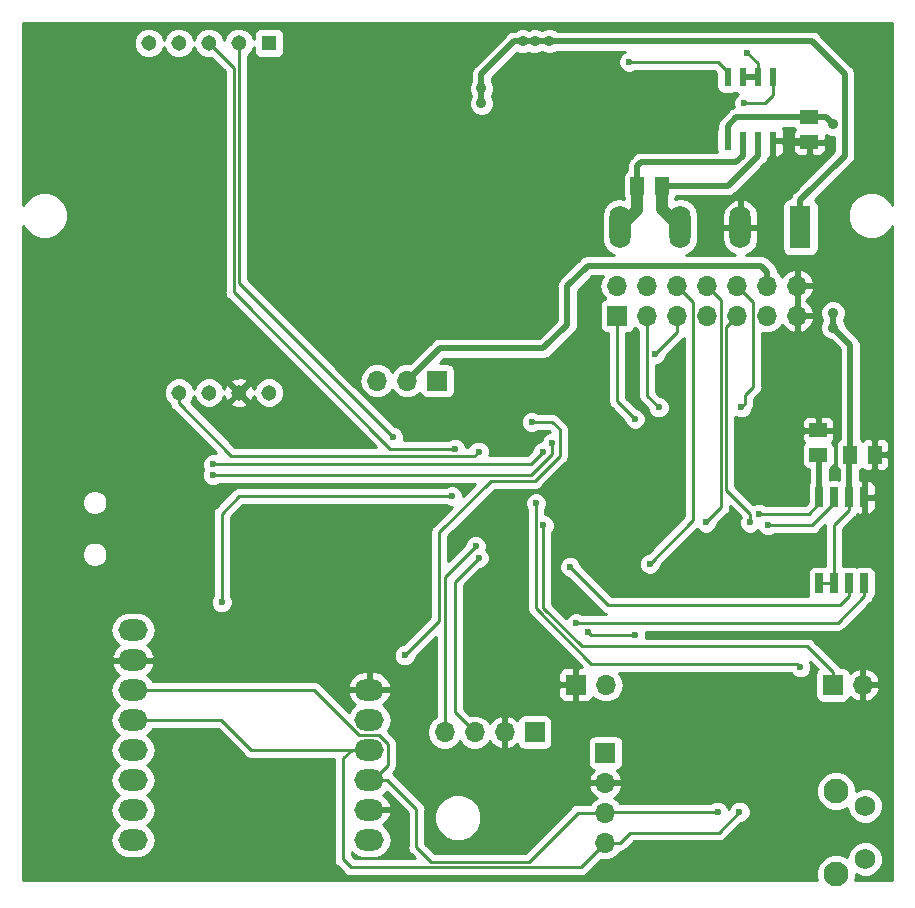
<source format=gbl>
G04 #@! TF.GenerationSoftware,KiCad,Pcbnew,5.0.0-rc1-44a33f2~62~ubuntu16.04.1*
G04 #@! TF.CreationDate,2018-04-01T18:26:25+03:00*
G04 #@! TF.ProjectId,ParaboxAirQuality,50617261626F784169725175616C6974,rev?*
G04 #@! TF.SameCoordinates,Original*
G04 #@! TF.FileFunction,Copper,L2,Bot,Signal*
G04 #@! TF.FilePolarity,Positive*
%FSLAX46Y46*%
G04 Gerber Fmt 4.6, Leading zero omitted, Abs format (unit mm)*
G04 Created by KiCad (PCBNEW 5.0.0-rc1-44a33f2~62~ubuntu16.04.1) date Sun Apr  1 18:26:25 2018*
%MOMM*%
%LPD*%
G01*
G04 APERTURE LIST*
%ADD10R,1.305560X1.305560*%
%ADD11C,1.305560*%
%ADD12R,1.145000X1.500000*%
%ADD13R,1.500000X1.145000*%
%ADD14R,1.800000X3.600000*%
%ADD15O,1.800000X3.600000*%
%ADD16R,1.700000X1.700000*%
%ADD17O,1.700000X1.700000*%
%ADD18O,2.500000X1.800000*%
%ADD19C,2.100000*%
%ADD20C,1.750000*%
%ADD21R,0.650000X1.700000*%
%ADD22R,0.600000X1.550000*%
%ADD23C,0.600000*%
%ADD24C,0.900000*%
%ADD25C,0.250000*%
%ADD26C,0.500000*%
%ADD27C,1.000000*%
%ADD28C,0.254000*%
G04 APERTURE END LIST*
D10*
X71500000Y-52409000D03*
D11*
X68960000Y-52409000D03*
X66420000Y-52409000D03*
X63880000Y-52409000D03*
X61340000Y-52409000D03*
X71500000Y-82000000D03*
X68960000Y-82000000D03*
X66420000Y-82000000D03*
X63880000Y-82000000D03*
D12*
X122792500Y-87250000D03*
X120707500Y-87250000D03*
D13*
X117250000Y-58707500D03*
X117250000Y-60792500D03*
D14*
X116500000Y-68000000D03*
D15*
X111420000Y-68000000D03*
X106340000Y-68000000D03*
X101260000Y-68000000D03*
D16*
X94000000Y-110750000D03*
D17*
X91460000Y-110750000D03*
X88920000Y-110750000D03*
X86380000Y-110750000D03*
D16*
X85750000Y-81000000D03*
D17*
X83210000Y-81000000D03*
X80670000Y-81000000D03*
X100040000Y-106750000D03*
D16*
X97500000Y-106750000D03*
D17*
X100000000Y-120120000D03*
X100000000Y-117580000D03*
X100000000Y-115040000D03*
D16*
X100000000Y-112500000D03*
X119250000Y-106750000D03*
D17*
X121790000Y-106750000D03*
D16*
X101000000Y-75500000D03*
D17*
X101000000Y-72960000D03*
X103540000Y-75500000D03*
X103540000Y-72960000D03*
X106080000Y-75500000D03*
X106080000Y-72960000D03*
X108620000Y-75500000D03*
X108620000Y-72960000D03*
X111160000Y-75500000D03*
X111160000Y-72960000D03*
X113700000Y-75500000D03*
X113700000Y-72960000D03*
X116240000Y-75500000D03*
X116240000Y-72960000D03*
D13*
X118000000Y-87292500D03*
X118000000Y-85207500D03*
D12*
X104792500Y-64500000D03*
X102707500Y-64500000D03*
D18*
X60000000Y-102110000D03*
X60000000Y-104650000D03*
X60000000Y-107190000D03*
X60000000Y-109730000D03*
X60000000Y-112270000D03*
X60000000Y-114810000D03*
X60000000Y-117350000D03*
X60000000Y-119890000D03*
X80000000Y-119850000D03*
X80000000Y-117310000D03*
X80000000Y-114770000D03*
X80000000Y-112230000D03*
X80000000Y-109690000D03*
X80000000Y-107150000D03*
D19*
X119510000Y-122760000D03*
D20*
X122000000Y-121500000D03*
X122000000Y-117000000D03*
D19*
X119510000Y-115750000D03*
D21*
X118095000Y-90850000D03*
X119365000Y-90850000D03*
X120635000Y-90850000D03*
X121905000Y-90850000D03*
X121905000Y-98150000D03*
X120635000Y-98150000D03*
X119365000Y-98150000D03*
X118095000Y-98150000D03*
D22*
X110345000Y-55300000D03*
X111615000Y-55300000D03*
X112885000Y-55300000D03*
X114155000Y-55300000D03*
X114155000Y-60700000D03*
X112885000Y-60700000D03*
X111615000Y-60700000D03*
X110345000Y-60700000D03*
D23*
X103500000Y-55500000D03*
X104500000Y-55500000D03*
X105500000Y-55500000D03*
X106500000Y-55500000D03*
X107500000Y-55500000D03*
X108500000Y-55500000D03*
X88500000Y-83500000D03*
X87500000Y-83500000D03*
X86500000Y-83500000D03*
X85500000Y-83500000D03*
X78500000Y-80500000D03*
X78000000Y-80000000D03*
X72000000Y-73500000D03*
X73000000Y-74500000D03*
X74000000Y-75500000D03*
X75000000Y-76500000D03*
X64000000Y-77000000D03*
X60000000Y-81000000D03*
X63000000Y-77000000D03*
X62000000Y-77000000D03*
X61000000Y-77000000D03*
X60000000Y-77000000D03*
X60000000Y-78000000D03*
X60000000Y-79000000D03*
X60000000Y-80000000D03*
X67500000Y-122500000D03*
X68500000Y-122500000D03*
X69500000Y-122500000D03*
X70500000Y-122500000D03*
X71500000Y-122500000D03*
X72500000Y-122500000D03*
X73500000Y-122500000D03*
X74500000Y-122500000D03*
X75500000Y-122500000D03*
X76500000Y-122500000D03*
X67500000Y-113500000D03*
X68500000Y-113500000D03*
X69500000Y-113500000D03*
X70500000Y-113500000D03*
X71500000Y-113500000D03*
X72500000Y-113500000D03*
X73500000Y-113500000D03*
X74500000Y-113500000D03*
X75500000Y-113500000D03*
X76500000Y-113500000D03*
X76500000Y-106000000D03*
X75500000Y-106000000D03*
X74500000Y-106000000D03*
X73500000Y-106000000D03*
X72500000Y-106000000D03*
X71500000Y-106000000D03*
X70500000Y-106000000D03*
X84500000Y-113000000D03*
X84500000Y-112000000D03*
X84500000Y-111000000D03*
X83500000Y-111000000D03*
X83500000Y-112000000D03*
X83500000Y-113000000D03*
X93000000Y-119500000D03*
X93000000Y-120500000D03*
X92000000Y-120500000D03*
X92000000Y-119500000D03*
X91000000Y-119500000D03*
X91000000Y-120500000D03*
X90000000Y-120500000D03*
X90000000Y-119500000D03*
X96000000Y-115000000D03*
X95000000Y-115000000D03*
X94000000Y-115000000D03*
X93000000Y-115000000D03*
X92000000Y-115000000D03*
X91000000Y-115000000D03*
X90000000Y-115000000D03*
X90000000Y-114000000D03*
X91000000Y-114000000D03*
X92000000Y-114000000D03*
X93000000Y-114000000D03*
X94000000Y-114000000D03*
X95000000Y-114000000D03*
X96000000Y-114000000D03*
X96000000Y-113000000D03*
X95000000Y-113000000D03*
X94000000Y-113000000D03*
X93000000Y-113000000D03*
X92000000Y-113000000D03*
X91000000Y-113000000D03*
X90000000Y-113000000D03*
X89000000Y-113000000D03*
X88000000Y-113000000D03*
X87000000Y-113000000D03*
X86000000Y-113000000D03*
X116000000Y-121500000D03*
X116000000Y-120500000D03*
X117000000Y-120500000D03*
X117000000Y-121500000D03*
X105000000Y-121500000D03*
X104000000Y-121500000D03*
X103000000Y-121500000D03*
X102000000Y-122500000D03*
X103000000Y-122500000D03*
X104000000Y-122500000D03*
X105000000Y-122500000D03*
X106000000Y-122500000D03*
X107000000Y-122500000D03*
X108000000Y-122500000D03*
X109000000Y-122500000D03*
X110000000Y-122500000D03*
X111000000Y-122500000D03*
X112000000Y-122500000D03*
X113000000Y-122500000D03*
X114000000Y-122500000D03*
X115000000Y-122500000D03*
X116000000Y-122500000D03*
X117000000Y-122500000D03*
X51500000Y-104000000D03*
X51500000Y-103000000D03*
X51500000Y-102000000D03*
X51500000Y-101000000D03*
X61500000Y-122500000D03*
X60500000Y-122500000D03*
X59500000Y-122500000D03*
X58500000Y-122500000D03*
X57500000Y-122500000D03*
X56500000Y-122500000D03*
X55500000Y-122500000D03*
X54500000Y-122500000D03*
X53500000Y-122500000D03*
X52500000Y-122500000D03*
X51500000Y-113500000D03*
X51500000Y-114500000D03*
X51500000Y-115500000D03*
X51500000Y-116500000D03*
X51500000Y-117500000D03*
X51500000Y-118500000D03*
X51500000Y-119500000D03*
X51500000Y-120500000D03*
X51500000Y-121500000D03*
X51500000Y-122500000D03*
X63000000Y-105000000D03*
X64000000Y-105000000D03*
X65000000Y-105000000D03*
X66000000Y-105000000D03*
X67000000Y-105000000D03*
X68000000Y-104000000D03*
X67000000Y-104000000D03*
X66000000Y-104000000D03*
X65000000Y-104000000D03*
X64000000Y-104000000D03*
X63000000Y-104000000D03*
X79000000Y-101500000D03*
X78000000Y-101500000D03*
X77000000Y-101500000D03*
X76000000Y-101500000D03*
X75000000Y-101500000D03*
X74000000Y-101500000D03*
X73000000Y-101500000D03*
X72000000Y-101500000D03*
X71000000Y-101500000D03*
X71000000Y-102500000D03*
X72000000Y-102500000D03*
X73000000Y-102500000D03*
X74000000Y-102500000D03*
X75000000Y-102500000D03*
X76000000Y-102500000D03*
X77000000Y-102500000D03*
X78000000Y-102500000D03*
X79000000Y-102500000D03*
X80000000Y-102500000D03*
X80000000Y-101500000D03*
X94500000Y-105500000D03*
X94500000Y-104500000D03*
X93500000Y-104500000D03*
X92500000Y-103500000D03*
X93500000Y-103500000D03*
X94500000Y-103500000D03*
X94500000Y-102500000D03*
X93500000Y-102500000D03*
X92500000Y-102500000D03*
X91500000Y-102500000D03*
X90500000Y-101500000D03*
X91500000Y-101500000D03*
X91500000Y-100500000D03*
X90500000Y-100500000D03*
X89500000Y-100500000D03*
X89500000Y-99500000D03*
X90500000Y-99500000D03*
X91500000Y-99500000D03*
X101500000Y-110500000D03*
X101500000Y-109500000D03*
X102500000Y-109500000D03*
X102500000Y-110500000D03*
X103500000Y-110500000D03*
X103500000Y-109500000D03*
X104500000Y-109500000D03*
X104500000Y-110500000D03*
X104500000Y-111500000D03*
X105500000Y-111500000D03*
X105500000Y-110500000D03*
X105500000Y-109500000D03*
X114500000Y-107000000D03*
X113500000Y-107000000D03*
X112500000Y-107000000D03*
X111500000Y-107000000D03*
X110500000Y-107000000D03*
X114500000Y-106000000D03*
X113500000Y-106000000D03*
X112500000Y-106000000D03*
X111500000Y-106000000D03*
X110500000Y-106000000D03*
X109500000Y-106000000D03*
X108500000Y-106000000D03*
X107500000Y-106000000D03*
X106500000Y-106000000D03*
X105500000Y-106000000D03*
X104500000Y-106000000D03*
X119500000Y-108500000D03*
X120500000Y-108500000D03*
X121500000Y-108500000D03*
X122500000Y-108500000D03*
X123500000Y-102000000D03*
X123500000Y-103000000D03*
X123500000Y-104000000D03*
X123500000Y-105000000D03*
X123500000Y-106000000D03*
X123500000Y-107000000D03*
X123500000Y-108000000D03*
X123500000Y-109000000D03*
X123500000Y-114500000D03*
X123500000Y-115500000D03*
X123500000Y-118000000D03*
X123500000Y-119000000D03*
X123500000Y-120000000D03*
X123500000Y-122500000D03*
X118500000Y-111500000D03*
X118500000Y-112500000D03*
X119500000Y-112500000D03*
X119500000Y-113500000D03*
X118500000Y-113500000D03*
X113750000Y-117250000D03*
X114750000Y-117250000D03*
X115750000Y-117250000D03*
X113500000Y-111500000D03*
X114500000Y-111500000D03*
X115500000Y-111500000D03*
X121000000Y-94000000D03*
X122000000Y-93000000D03*
X122000000Y-94000000D03*
X121000000Y-96000000D03*
X122000000Y-96000000D03*
X122000000Y-95000000D03*
X121000000Y-95000000D03*
X116000000Y-97000000D03*
X116000000Y-98000000D03*
X115000000Y-98000000D03*
X115000000Y-97000000D03*
X115000000Y-96000000D03*
X116000000Y-96000000D03*
X117000000Y-96000000D03*
X117000000Y-95000000D03*
X116000000Y-95000000D03*
X115000000Y-95000000D03*
X108000000Y-97000000D03*
X109000000Y-97000000D03*
X110000000Y-97000000D03*
X110000000Y-96000000D03*
X109000000Y-96000000D03*
X123500000Y-82000000D03*
X123500000Y-83000000D03*
X123500000Y-84000000D03*
X123500000Y-85000000D03*
X119000000Y-81500000D03*
X119000000Y-82500000D03*
X118000000Y-82500000D03*
X117000000Y-82500000D03*
X116000000Y-81500000D03*
X116000000Y-82500000D03*
X116000000Y-83500000D03*
X116000000Y-84500000D03*
X116000000Y-85500000D03*
X116000000Y-86500000D03*
X116000000Y-87500000D03*
X116000000Y-88500000D03*
X116000000Y-89500000D03*
X116000000Y-90500000D03*
X115000000Y-90500000D03*
X114000000Y-90500000D03*
X114000000Y-89500000D03*
X114000000Y-88500000D03*
X114000000Y-87500000D03*
X114000000Y-86500000D03*
X114000000Y-85500000D03*
X114000000Y-84500000D03*
X114000000Y-83500000D03*
X114000000Y-82500000D03*
X114000000Y-81500000D03*
X119000000Y-80500000D03*
X118000000Y-80500000D03*
X117000000Y-80500000D03*
X116000000Y-80500000D03*
X115000000Y-80500000D03*
X114000000Y-80500000D03*
X102000000Y-95500000D03*
X101000000Y-95500000D03*
X100000000Y-95500000D03*
X99000000Y-95500000D03*
X103000000Y-94500000D03*
X102000000Y-94500000D03*
X101000000Y-94500000D03*
X100000000Y-94500000D03*
X99000000Y-94500000D03*
X98000000Y-84000000D03*
X99000000Y-84000000D03*
X99000000Y-83000000D03*
X98000000Y-83000000D03*
X104000000Y-90000000D03*
X105000000Y-89000000D03*
X106000000Y-88000000D03*
X106000000Y-87000000D03*
X103000000Y-91000000D03*
X102000000Y-91000000D03*
X101000000Y-91000000D03*
X100000000Y-91000000D03*
X99000000Y-91000000D03*
X98000000Y-91000000D03*
X98000000Y-90000000D03*
X98000000Y-89000000D03*
X98000000Y-88000000D03*
X98000000Y-87000000D03*
X106000000Y-86000000D03*
X105000000Y-86000000D03*
X104000000Y-86000000D03*
X103000000Y-86000000D03*
X102000000Y-86000000D03*
X101000000Y-86000000D03*
X100000000Y-86000000D03*
X99000000Y-86000000D03*
X98000000Y-86000000D03*
X121000000Y-73500000D03*
X121000000Y-72500000D03*
X121000000Y-71500000D03*
X121000000Y-70500000D03*
X121000000Y-69500000D03*
X123500000Y-78500000D03*
X123500000Y-77500000D03*
X123500000Y-76500000D03*
X123500000Y-75500000D03*
X123500000Y-74500000D03*
X123500000Y-73500000D03*
X123500000Y-72500000D03*
X123500000Y-71500000D03*
X123500000Y-70500000D03*
X123500000Y-69500000D03*
X114250000Y-77750000D03*
X116500000Y-77250000D03*
X115750000Y-77250000D03*
X115000000Y-77250000D03*
X114000000Y-69500000D03*
X114000000Y-68500000D03*
X114000000Y-67500000D03*
X114000000Y-66500000D03*
X109000000Y-69500000D03*
X109000000Y-68500000D03*
X109000000Y-67500000D03*
X109000000Y-66500000D03*
X123500000Y-61500000D03*
X123500000Y-60500000D03*
X123500000Y-59500000D03*
X123500000Y-58500000D03*
X123500000Y-57500000D03*
X123500000Y-56500000D03*
X123500000Y-55500000D03*
X123500000Y-54500000D03*
X123500000Y-53500000D03*
X123500000Y-52500000D03*
X119500000Y-51500000D03*
X120500000Y-51500000D03*
X121500000Y-51500000D03*
X122500000Y-51500000D03*
X123500000Y-51500000D03*
X115500000Y-65000000D03*
X114500000Y-65000000D03*
X113500000Y-65000000D03*
X116000000Y-64000000D03*
X115000000Y-64000000D03*
X114000000Y-64000000D03*
X116500000Y-63000000D03*
X115500000Y-63000000D03*
X114500000Y-63000000D03*
X108500000Y-60000000D03*
X107500000Y-60000000D03*
X106500000Y-60000000D03*
X105500000Y-60000000D03*
X104500000Y-60000000D03*
X103500000Y-60000000D03*
X102500000Y-60000000D03*
X101500000Y-60000000D03*
X101500000Y-59000000D03*
X102500000Y-59000000D03*
X103500000Y-59000000D03*
X104500000Y-59000000D03*
X105500000Y-59000000D03*
X106500000Y-59000000D03*
X107500000Y-59000000D03*
X108500000Y-59000000D03*
X88500000Y-84500000D03*
X87500000Y-84500000D03*
X86500000Y-84500000D03*
X85500000Y-84500000D03*
X84500000Y-84500000D03*
X91500000Y-82000000D03*
X90500000Y-82000000D03*
X89500000Y-82000000D03*
X88500000Y-82000000D03*
X88500000Y-81000000D03*
X89500000Y-81000000D03*
X90500000Y-81000000D03*
X91500000Y-81000000D03*
X91500000Y-80000000D03*
X90500000Y-80000000D03*
X89500000Y-80000000D03*
X88500000Y-80000000D03*
X78000000Y-70500000D03*
X78000000Y-71500000D03*
X78000000Y-72500000D03*
X78000000Y-73500000D03*
X78000000Y-74500000D03*
X78000000Y-75500000D03*
X79000000Y-76500000D03*
X80000000Y-77500000D03*
X81000000Y-77500000D03*
X82000000Y-77500000D03*
X83000000Y-77500000D03*
X84000000Y-77500000D03*
X84000000Y-76500000D03*
X84000000Y-75500000D03*
X84000000Y-74500000D03*
X84000000Y-73500000D03*
X84000000Y-72500000D03*
X84000000Y-71500000D03*
X84000000Y-70500000D03*
X84000000Y-69500000D03*
X83000000Y-69500000D03*
X82000000Y-69500000D03*
X81000000Y-69500000D03*
X80000000Y-69500000D03*
X79000000Y-69500000D03*
X78000000Y-69500000D03*
X69500000Y-86000000D03*
X69500000Y-85000000D03*
X68500000Y-85000000D03*
X67500000Y-84000000D03*
X68500000Y-84000000D03*
X69500000Y-84000000D03*
X70500000Y-84000000D03*
X70500000Y-85000000D03*
X70500000Y-86000000D03*
X79500000Y-86250000D03*
X78500000Y-86250000D03*
X77500000Y-86250000D03*
X76500000Y-86250000D03*
X78500000Y-85500000D03*
X77500000Y-85500000D03*
X76500000Y-85500000D03*
X75500000Y-82000000D03*
X74500000Y-81000000D03*
X73500000Y-80000000D03*
X72500000Y-80000000D03*
X73500000Y-81000000D03*
X74500000Y-82000000D03*
X67000000Y-55000000D03*
X67000000Y-56000000D03*
X67000000Y-57000000D03*
X67000000Y-58000000D03*
X67000000Y-59000000D03*
X67000000Y-60000000D03*
X67000000Y-61000000D03*
X67000000Y-62000000D03*
X67000000Y-63000000D03*
X67000000Y-64000000D03*
X67000000Y-65000000D03*
X67000000Y-66000000D03*
X67000000Y-67000000D03*
X67000000Y-68000000D03*
X67000000Y-69000000D03*
X67000000Y-70000000D03*
X67000000Y-71000000D03*
X67000000Y-72000000D03*
X70500000Y-55000000D03*
X70500000Y-56000000D03*
X70500000Y-57000000D03*
X70500000Y-58000000D03*
X70500000Y-59000000D03*
X70500000Y-60000000D03*
X70500000Y-61000000D03*
X70500000Y-62000000D03*
X70500000Y-63000000D03*
X70500000Y-64000000D03*
X70500000Y-65000000D03*
X70500000Y-66000000D03*
X70500000Y-67000000D03*
X70500000Y-68000000D03*
X70500000Y-69000000D03*
X70500000Y-70000000D03*
X70500000Y-71000000D03*
X70500000Y-72000000D03*
X73500000Y-53000000D03*
X74500000Y-53000000D03*
X75500000Y-53000000D03*
X75500000Y-52000000D03*
X74500000Y-52000000D03*
X73500000Y-52000000D03*
X95500000Y-56000000D03*
X94500000Y-61000000D03*
X94500000Y-60000000D03*
X94500000Y-59000000D03*
X94500000Y-58000000D03*
X94500000Y-57000000D03*
X94500000Y-56000000D03*
X96500000Y-55000000D03*
X95500000Y-55000000D03*
X94500000Y-55000000D03*
X98500000Y-54000000D03*
X97500000Y-54000000D03*
X96500000Y-54000000D03*
X95500000Y-54000000D03*
X94500000Y-54000000D03*
X93500000Y-54000000D03*
X92500000Y-54000000D03*
X82000000Y-59500000D03*
X89250000Y-67000000D03*
X89250000Y-67750000D03*
X90250000Y-67750000D03*
X90250000Y-67000000D03*
X90250000Y-66250000D03*
X89250000Y-66250000D03*
X91000000Y-59500000D03*
X90000000Y-59500000D03*
X89000000Y-59500000D03*
X88000000Y-61500000D03*
X89000000Y-61500000D03*
X90000000Y-61500000D03*
X91000000Y-61500000D03*
X91000000Y-60500000D03*
X90000000Y-60500000D03*
X89000000Y-60500000D03*
X88000000Y-60500000D03*
X84400000Y-61800000D03*
X85200000Y-61800000D03*
X86000000Y-61800000D03*
X86000000Y-60800000D03*
X85200000Y-60800000D03*
X84400000Y-60800000D03*
X82000000Y-62500000D03*
X81000000Y-62500000D03*
X80000000Y-62500000D03*
X79000000Y-62500000D03*
X79000000Y-61500000D03*
X80000000Y-61500000D03*
X81000000Y-61500000D03*
X82000000Y-61500000D03*
X82000000Y-60500000D03*
X81000000Y-60500000D03*
X80000000Y-60500000D03*
X79000000Y-60500000D03*
X52000000Y-86000000D03*
X52000000Y-85000000D03*
X52000000Y-84000000D03*
X52000000Y-83000000D03*
X52000000Y-82000000D03*
X52000000Y-81000000D03*
X52000000Y-80000000D03*
X52000000Y-79000000D03*
X52000000Y-78000000D03*
X52000000Y-77000000D03*
X52000000Y-76000000D03*
X52000000Y-75000000D03*
X52000000Y-73000000D03*
X52000000Y-74000000D03*
X52000000Y-72000000D03*
X52000000Y-71000000D03*
X52000000Y-70000000D03*
X58500000Y-51500000D03*
X57500000Y-51500000D03*
X56500000Y-51500000D03*
X55500000Y-51500000D03*
X54500000Y-51500000D03*
X53500000Y-51500000D03*
X52500000Y-51500000D03*
X51500000Y-64000000D03*
X51500000Y-63000000D03*
X51500000Y-62000000D03*
X51500000Y-61000000D03*
X51500000Y-60000000D03*
X51500000Y-59000000D03*
X51500000Y-58000000D03*
X51500000Y-57000000D03*
X51500000Y-56000000D03*
X51500000Y-55000000D03*
X51500000Y-54000000D03*
X51500000Y-52500000D03*
X51500000Y-51500000D03*
D24*
X119250000Y-75250000D03*
X119250000Y-76500000D03*
X119250000Y-59250000D03*
D23*
X95500000Y-86250000D03*
X66750000Y-89000000D03*
X87250000Y-86750000D03*
X82000000Y-85750000D03*
X97000000Y-96750000D03*
X97500000Y-101500000D03*
X98500000Y-102250000D03*
X102500000Y-102500000D03*
X113750000Y-93250000D03*
X113000000Y-92250000D03*
X67500000Y-99750000D03*
X87000000Y-90750000D03*
X94750000Y-87000000D03*
X66792500Y-88042500D03*
X89000000Y-95000000D03*
X89250000Y-96000000D03*
X89250000Y-87000000D03*
X111345000Y-117500000D03*
X109500000Y-117500000D03*
D24*
X94000000Y-52250000D03*
X93000000Y-52250000D03*
X95250000Y-52250000D03*
X89500000Y-56250000D03*
X89500000Y-57500000D03*
D23*
X94750000Y-93250000D03*
X102500000Y-84250000D03*
X104500000Y-83250000D03*
X104209070Y-78750000D03*
X103750000Y-96500000D03*
X108500000Y-93000000D03*
X112250000Y-93000000D03*
X111500000Y-83250000D03*
X111750000Y-57500000D03*
X102000000Y-54000000D03*
X112000000Y-53250000D03*
X93750000Y-84500000D03*
X83000000Y-104250000D03*
X94124999Y-91375001D03*
X116500000Y-105250000D03*
D25*
X120635000Y-90850000D02*
X120635000Y-91950000D01*
X119365000Y-93220000D02*
X119365000Y-97050000D01*
X119365000Y-97050000D02*
X119365000Y-98150000D01*
X120635000Y-91950000D02*
X119365000Y-93220000D01*
X118095000Y-98150000D02*
X119365000Y-98150000D01*
D26*
X119250000Y-76500000D02*
X119250000Y-75250000D01*
X120707500Y-87250000D02*
X120707500Y-77957500D01*
X120707500Y-77957500D02*
X119250000Y-76500000D01*
X117250000Y-58707500D02*
X118707500Y-58707500D01*
X118707500Y-58707500D02*
X119250000Y-59250000D01*
D25*
X95500000Y-87175002D02*
X95500000Y-86250000D01*
X66750000Y-89000000D02*
X93675002Y-89000000D01*
X93675002Y-89000000D02*
X95500000Y-87175002D01*
X81750000Y-86750000D02*
X87250000Y-86750000D01*
X68509990Y-73509990D02*
X81750000Y-86750000D01*
X66420000Y-52409000D02*
X68509990Y-54498990D01*
X68509990Y-54498990D02*
X68509990Y-73509990D01*
X68960000Y-72710000D02*
X82000000Y-85750000D01*
X68960000Y-52409000D02*
X68960000Y-72710000D01*
X100250000Y-100000000D02*
X97000000Y-96750000D01*
X119885000Y-100000000D02*
X100250000Y-100000000D01*
X120635000Y-98150000D02*
X120635000Y-99250000D01*
X120635000Y-99250000D02*
X119885000Y-100000000D01*
X119655000Y-101500000D02*
X97500000Y-101500000D01*
X121905000Y-98150000D02*
X121905000Y-99250000D01*
X121905000Y-99250000D02*
X119655000Y-101500000D01*
X98750000Y-102500000D02*
X98500000Y-102250000D01*
X102500000Y-102500000D02*
X98750000Y-102500000D01*
X117490000Y-93250000D02*
X113750000Y-93250000D01*
X119365000Y-90850000D02*
X119365000Y-91375000D01*
X119365000Y-91375000D02*
X117490000Y-93250000D01*
X117220000Y-92250000D02*
X113000000Y-92250000D01*
X118095000Y-90850000D02*
X118095000Y-91375000D01*
X118095000Y-91375000D02*
X117220000Y-92250000D01*
X67500000Y-92250000D02*
X67500000Y-99750000D01*
X69000000Y-90750000D02*
X67500000Y-92250000D01*
X87000000Y-90750000D02*
X69000000Y-90750000D01*
X93707500Y-88042500D02*
X94750000Y-87000000D01*
X66792500Y-88042500D02*
X93707500Y-88042500D01*
X89000000Y-95000000D02*
X86380000Y-97620000D01*
X86380000Y-97620000D02*
X86380000Y-110750000D01*
X89250000Y-96000000D02*
X87250000Y-98000000D01*
X87250000Y-98000000D02*
X87250000Y-109080000D01*
X87250000Y-109080000D02*
X88920000Y-110750000D01*
X88874999Y-87375001D02*
X89250000Y-87000000D01*
X63880000Y-82000000D02*
X63880000Y-82923170D01*
X63880000Y-82923170D02*
X68331831Y-87375001D01*
X68331831Y-87375001D02*
X88874999Y-87375001D01*
X69980000Y-112230000D02*
X67480000Y-109730000D01*
X67480000Y-109730000D02*
X60000000Y-109730000D01*
X80000000Y-112230000D02*
X69980000Y-112230000D01*
X77750000Y-121500000D02*
X78450010Y-122200010D01*
X97919990Y-122200010D02*
X99150001Y-120969999D01*
X78450010Y-122200010D02*
X97919990Y-122200010D01*
X99150001Y-120969999D02*
X100000000Y-120120000D01*
X77750000Y-112980000D02*
X77750000Y-121500000D01*
X80000000Y-112230000D02*
X78500000Y-112230000D01*
X78500000Y-112230000D02*
X77750000Y-112980000D01*
X102072081Y-119250000D02*
X109595000Y-119250000D01*
X109595000Y-119250000D02*
X111345000Y-117500000D01*
X100000000Y-120120000D02*
X101202081Y-120120000D01*
X101202081Y-120120000D02*
X102072081Y-119250000D01*
X60000000Y-107190000D02*
X75327595Y-107190000D01*
X80857415Y-111004990D02*
X81575010Y-111722585D01*
X75327595Y-107190000D02*
X79142585Y-111004990D01*
X79142585Y-111004990D02*
X80857415Y-111004990D01*
X81575010Y-111722585D02*
X81575010Y-113544990D01*
X81575010Y-113544990D02*
X80350000Y-114770000D01*
X80350000Y-114770000D02*
X80000000Y-114770000D01*
X93500000Y-121750000D02*
X97670000Y-117580000D01*
X97670000Y-117580000D02*
X100000000Y-117580000D01*
X85250000Y-121750000D02*
X93500000Y-121750000D01*
X84000000Y-120500000D02*
X85250000Y-121750000D01*
X84000000Y-117270000D02*
X84000000Y-120500000D01*
X80000000Y-114770000D02*
X81500000Y-114770000D01*
X81500000Y-114770000D02*
X84000000Y-117270000D01*
X109500000Y-117500000D02*
X100080000Y-117500000D01*
X100080000Y-117500000D02*
X100000000Y-117580000D01*
D26*
X93000000Y-52250000D02*
X94000000Y-52250000D01*
X114155000Y-60700000D02*
X117157500Y-60700000D01*
X117157500Y-60700000D02*
X117250000Y-60792500D01*
X120635000Y-90850000D02*
X120635000Y-87322500D01*
X120635000Y-87322500D02*
X120707500Y-87250000D01*
X110345000Y-60700000D02*
X110345000Y-59425000D01*
X111062500Y-58707500D02*
X116000000Y-58707500D01*
X110345000Y-59425000D02*
X111062500Y-58707500D01*
X116000000Y-58707500D02*
X117250000Y-58707500D01*
X118095000Y-90850000D02*
X118095000Y-87387500D01*
X118095000Y-87387500D02*
X118000000Y-87292500D01*
X95250000Y-52250000D02*
X93250000Y-52250000D01*
X117500000Y-52250000D02*
X95250000Y-52250000D01*
X89500000Y-55000000D02*
X89500000Y-56250000D01*
X89500000Y-56250000D02*
X89500000Y-57500000D01*
X92250000Y-52250000D02*
X89500000Y-55000000D01*
X93250000Y-52250000D02*
X92250000Y-52250000D01*
X120250000Y-55000000D02*
X117500000Y-52250000D01*
X120250000Y-61950000D02*
X120250000Y-55000000D01*
X116500000Y-68000000D02*
X116500000Y-65700000D01*
X116500000Y-65700000D02*
X120250000Y-61950000D01*
X98500000Y-71250000D02*
X96750000Y-73000000D01*
X113700000Y-72960000D02*
X113700000Y-71757919D01*
X113192081Y-71250000D02*
X98500000Y-71250000D01*
X113700000Y-71757919D02*
X113192081Y-71250000D01*
X96750000Y-73000000D02*
X96750000Y-76250000D01*
X96750000Y-76250000D02*
X94750000Y-78250000D01*
X94750000Y-78250000D02*
X85960000Y-78250000D01*
X85960000Y-78250000D02*
X83210000Y-81000000D01*
X112885000Y-60700000D02*
X112885000Y-61975000D01*
X105865000Y-64500000D02*
X104792500Y-64500000D01*
X112885000Y-61975000D02*
X110360000Y-64500000D01*
X110360000Y-64500000D02*
X105865000Y-64500000D01*
D27*
X104792500Y-64500000D02*
X104792500Y-66452500D01*
X104792500Y-66452500D02*
X106340000Y-68000000D01*
D25*
X94750000Y-100250000D02*
X94750000Y-93250000D01*
X98000000Y-103500000D02*
X94750000Y-100250000D01*
X117100000Y-103500000D02*
X98000000Y-103500000D01*
X119250000Y-106750000D02*
X119250000Y-105650000D01*
X119250000Y-105650000D02*
X117100000Y-103500000D01*
X101000000Y-82750000D02*
X102500000Y-84250000D01*
X101000000Y-75500000D02*
X101000000Y-82750000D01*
X103540000Y-82290000D02*
X104500000Y-83250000D01*
X103540000Y-75500000D02*
X103540000Y-82290000D01*
X106080000Y-75500000D02*
X106080000Y-76879070D01*
X106080000Y-76879070D02*
X104209070Y-78750000D01*
X107444999Y-92805001D02*
X103750000Y-96500000D01*
X106080000Y-72960000D02*
X107444999Y-74324999D01*
X107444999Y-74324999D02*
X107444999Y-92805001D01*
X109795001Y-91704999D02*
X108500000Y-93000000D01*
X108620000Y-72960000D02*
X109795001Y-74135001D01*
X109795001Y-74135001D02*
X109795001Y-91704999D01*
X112250000Y-93000000D02*
X112250000Y-92250000D01*
X110245011Y-90245011D02*
X112250000Y-92250000D01*
X111160000Y-75500000D02*
X110245011Y-76414989D01*
X110245011Y-76414989D02*
X110245011Y-90245011D01*
X112524999Y-74324999D02*
X112524999Y-81500000D01*
X111500000Y-83250000D02*
X111799999Y-82950001D01*
X111799999Y-82950001D02*
X111799999Y-82225000D01*
X111799999Y-82225000D02*
X112524999Y-81500000D01*
X111160000Y-72960000D02*
X112524999Y-74324999D01*
X113500000Y-57500000D02*
X114155000Y-56845000D01*
X114155000Y-56845000D02*
X114155000Y-55300000D01*
X111750000Y-57500000D02*
X113500000Y-57500000D01*
X102000000Y-54000000D02*
X109520000Y-54000000D01*
X110345000Y-54825000D02*
X110345000Y-55300000D01*
X109520000Y-54000000D02*
X110345000Y-54825000D01*
X112000000Y-53250000D02*
X112885000Y-54135000D01*
X112885000Y-54135000D02*
X112885000Y-55300000D01*
D26*
X112885000Y-55300000D02*
X111615000Y-55300000D01*
D25*
X95500002Y-84500000D02*
X93750000Y-84500000D01*
X96125001Y-85124999D02*
X95500002Y-84500000D01*
X94049990Y-89450010D02*
X96125001Y-87374999D01*
X96125001Y-87374999D02*
X96125001Y-85124999D01*
X85929990Y-93820010D02*
X90299990Y-89450010D01*
X90299990Y-89450010D02*
X94049990Y-89450010D01*
X83000000Y-104250000D02*
X85929990Y-101320010D01*
X85929990Y-101320010D02*
X85929990Y-93820010D01*
X116500000Y-105250000D02*
X116200001Y-104950001D01*
X116200001Y-104950001D02*
X98813591Y-104950001D01*
X98813591Y-104950001D02*
X94124999Y-100261409D01*
X94124999Y-100261409D02*
X94124999Y-91375001D01*
D26*
X103000000Y-62500000D02*
X102707500Y-62792500D01*
X102707500Y-62792500D02*
X102707500Y-64500000D01*
X111090000Y-62500000D02*
X103000000Y-62500000D01*
X111615000Y-60700000D02*
X111615000Y-61975000D01*
X111615000Y-61975000D02*
X111090000Y-62500000D01*
D27*
X102707500Y-64500000D02*
X102707500Y-66552500D01*
X102707500Y-66552500D02*
X101260000Y-68000000D01*
D28*
G36*
X124290000Y-66134389D02*
X124182801Y-65875588D01*
X123624412Y-65317199D01*
X122894841Y-65015000D01*
X122105159Y-65015000D01*
X121375588Y-65317199D01*
X120817199Y-65875588D01*
X120515000Y-66605159D01*
X120515000Y-67394841D01*
X120817199Y-68124412D01*
X121375588Y-68682801D01*
X122105159Y-68985000D01*
X122894841Y-68985000D01*
X123624412Y-68682801D01*
X124182801Y-68124412D01*
X124290000Y-67865611D01*
X124290001Y-123290000D01*
X121114298Y-123290000D01*
X121195000Y-123095167D01*
X121195000Y-122800970D01*
X121699642Y-123010000D01*
X122300358Y-123010000D01*
X122855346Y-122780116D01*
X123280116Y-122355346D01*
X123510000Y-121800358D01*
X123510000Y-121199642D01*
X123280116Y-120644654D01*
X122855346Y-120219884D01*
X122300358Y-119990000D01*
X121699642Y-119990000D01*
X121144654Y-120219884D01*
X120719884Y-120644654D01*
X120490000Y-121199642D01*
X120490000Y-121357050D01*
X120464476Y-121331526D01*
X119845167Y-121075000D01*
X119174833Y-121075000D01*
X118555524Y-121331526D01*
X118081526Y-121805524D01*
X117825000Y-122424833D01*
X117825000Y-123095167D01*
X117905702Y-123290000D01*
X50710000Y-123290000D01*
X50710000Y-107190000D01*
X58084928Y-107190000D01*
X58204062Y-107788927D01*
X58543327Y-108296673D01*
X58787763Y-108460000D01*
X58543327Y-108623327D01*
X58204062Y-109131073D01*
X58084928Y-109730000D01*
X58204062Y-110328927D01*
X58543327Y-110836673D01*
X58787763Y-111000000D01*
X58543327Y-111163327D01*
X58204062Y-111671073D01*
X58084928Y-112270000D01*
X58204062Y-112868927D01*
X58543327Y-113376673D01*
X58787763Y-113540000D01*
X58543327Y-113703327D01*
X58204062Y-114211073D01*
X58084928Y-114810000D01*
X58204062Y-115408927D01*
X58543327Y-115916673D01*
X58787763Y-116080000D01*
X58543327Y-116243327D01*
X58204062Y-116751073D01*
X58084928Y-117350000D01*
X58204062Y-117948927D01*
X58543327Y-118456673D01*
X58787763Y-118620000D01*
X58543327Y-118783327D01*
X58204062Y-119291073D01*
X58084928Y-119890000D01*
X58204062Y-120488927D01*
X58543327Y-120996673D01*
X59051073Y-121335938D01*
X59498818Y-121425000D01*
X60501182Y-121425000D01*
X60948927Y-121335938D01*
X61456673Y-120996673D01*
X61795938Y-120488927D01*
X61915072Y-119890000D01*
X61795938Y-119291073D01*
X61456673Y-118783327D01*
X61212237Y-118620000D01*
X61456673Y-118456673D01*
X61795938Y-117948927D01*
X61915072Y-117350000D01*
X61795938Y-116751073D01*
X61456673Y-116243327D01*
X61212237Y-116080000D01*
X61456673Y-115916673D01*
X61795938Y-115408927D01*
X61915072Y-114810000D01*
X61795938Y-114211073D01*
X61456673Y-113703327D01*
X61212237Y-113540000D01*
X61456673Y-113376673D01*
X61795938Y-112868927D01*
X61915072Y-112270000D01*
X61795938Y-111671073D01*
X61456673Y-111163327D01*
X61212237Y-111000000D01*
X61456673Y-110836673D01*
X61688312Y-110490000D01*
X67165199Y-110490000D01*
X69389671Y-112714473D01*
X69432071Y-112777929D01*
X69683463Y-112945904D01*
X69905148Y-112990000D01*
X69905153Y-112990000D01*
X69980000Y-113004888D01*
X70054847Y-112990000D01*
X76977101Y-112990000D01*
X76990000Y-113054847D01*
X76990001Y-121425148D01*
X76975112Y-121500000D01*
X76990001Y-121574852D01*
X77034097Y-121796537D01*
X77202072Y-122047929D01*
X77265528Y-122090329D01*
X77859681Y-122684483D01*
X77902081Y-122747939D01*
X78153473Y-122915914D01*
X78375158Y-122960010D01*
X78375162Y-122960010D01*
X78450010Y-122974898D01*
X78524858Y-122960010D01*
X97845143Y-122960010D01*
X97919990Y-122974898D01*
X97994837Y-122960010D01*
X97994842Y-122960010D01*
X98216527Y-122915914D01*
X98467919Y-122747939D01*
X98510321Y-122684480D01*
X99633593Y-121561209D01*
X99853744Y-121605000D01*
X100146256Y-121605000D01*
X100579418Y-121518839D01*
X101070625Y-121190625D01*
X101278369Y-120879714D01*
X101498618Y-120835904D01*
X101750010Y-120667929D01*
X101792412Y-120604470D01*
X102386883Y-120010000D01*
X109520153Y-120010000D01*
X109595000Y-120024888D01*
X109669847Y-120010000D01*
X109669852Y-120010000D01*
X109891537Y-119965904D01*
X110142929Y-119797929D01*
X110185331Y-119734470D01*
X111484802Y-118435000D01*
X111530983Y-118435000D01*
X111874635Y-118292655D01*
X112137655Y-118029635D01*
X112280000Y-117685983D01*
X112280000Y-117314017D01*
X112137655Y-116970365D01*
X111874635Y-116707345D01*
X111530983Y-116565000D01*
X111159017Y-116565000D01*
X110815365Y-116707345D01*
X110552345Y-116970365D01*
X110422500Y-117283839D01*
X110292655Y-116970365D01*
X110029635Y-116707345D01*
X109685983Y-116565000D01*
X109314017Y-116565000D01*
X108970365Y-116707345D01*
X108937710Y-116740000D01*
X101224724Y-116740000D01*
X101070625Y-116509375D01*
X100751522Y-116296157D01*
X100881358Y-116235183D01*
X101271645Y-115806924D01*
X101434044Y-115414833D01*
X117825000Y-115414833D01*
X117825000Y-116085167D01*
X118081526Y-116704476D01*
X118555524Y-117178474D01*
X119174833Y-117435000D01*
X119845167Y-117435000D01*
X120464476Y-117178474D01*
X120490000Y-117152950D01*
X120490000Y-117300358D01*
X120719884Y-117855346D01*
X121144654Y-118280116D01*
X121699642Y-118510000D01*
X122300358Y-118510000D01*
X122855346Y-118280116D01*
X123280116Y-117855346D01*
X123510000Y-117300358D01*
X123510000Y-116699642D01*
X123280116Y-116144654D01*
X122855346Y-115719884D01*
X122300358Y-115490000D01*
X121699642Y-115490000D01*
X121195000Y-115699030D01*
X121195000Y-115414833D01*
X120938474Y-114795524D01*
X120464476Y-114321526D01*
X119845167Y-114065000D01*
X119174833Y-114065000D01*
X118555524Y-114321526D01*
X118081526Y-114795524D01*
X117825000Y-115414833D01*
X101434044Y-115414833D01*
X101441476Y-115396890D01*
X101320155Y-115167000D01*
X100127000Y-115167000D01*
X100127000Y-115187000D01*
X99873000Y-115187000D01*
X99873000Y-115167000D01*
X98679845Y-115167000D01*
X98558524Y-115396890D01*
X98728355Y-115806924D01*
X99118642Y-116235183D01*
X99248478Y-116296157D01*
X98929375Y-116509375D01*
X98721822Y-116820000D01*
X97744848Y-116820000D01*
X97670000Y-116805112D01*
X97595152Y-116820000D01*
X97595148Y-116820000D01*
X97373463Y-116864096D01*
X97122071Y-117032071D01*
X97079671Y-117095527D01*
X93185199Y-120990000D01*
X85564802Y-120990000D01*
X84760000Y-120185199D01*
X84760000Y-117605159D01*
X85515000Y-117605159D01*
X85515000Y-118394841D01*
X85817199Y-119124412D01*
X86375588Y-119682801D01*
X87105159Y-119985000D01*
X87894841Y-119985000D01*
X88624412Y-119682801D01*
X89182801Y-119124412D01*
X89485000Y-118394841D01*
X89485000Y-117605159D01*
X89182801Y-116875588D01*
X88624412Y-116317199D01*
X87894841Y-116015000D01*
X87105159Y-116015000D01*
X86375588Y-116317199D01*
X85817199Y-116875588D01*
X85515000Y-117605159D01*
X84760000Y-117605159D01*
X84760000Y-117344847D01*
X84774888Y-117270000D01*
X84760000Y-117195153D01*
X84760000Y-117195148D01*
X84715904Y-116973463D01*
X84547929Y-116722071D01*
X84484473Y-116679671D01*
X82090331Y-114285530D01*
X82047929Y-114222071D01*
X82002851Y-114191951D01*
X82059483Y-114135319D01*
X82122939Y-114092919D01*
X82288716Y-113844817D01*
X82290914Y-113841528D01*
X82306136Y-113765000D01*
X82335010Y-113619842D01*
X82335010Y-113619838D01*
X82349898Y-113544990D01*
X82335010Y-113470142D01*
X82335010Y-111797433D01*
X82349898Y-111722585D01*
X82335010Y-111647737D01*
X82335010Y-111647733D01*
X82290914Y-111426048D01*
X82122939Y-111174656D01*
X82059483Y-111132256D01*
X81563709Y-110636483D01*
X81795938Y-110288927D01*
X81915072Y-109690000D01*
X81795938Y-109091073D01*
X81456673Y-108583327D01*
X81194723Y-108408297D01*
X81525212Y-108145606D01*
X81816756Y-107620086D01*
X81841036Y-107514740D01*
X81720378Y-107277000D01*
X80127000Y-107277000D01*
X80127000Y-107297000D01*
X79873000Y-107297000D01*
X79873000Y-107277000D01*
X78279622Y-107277000D01*
X78158964Y-107514740D01*
X78183244Y-107620086D01*
X78474788Y-108145606D01*
X78805277Y-108408297D01*
X78543327Y-108583327D01*
X78243879Y-109031482D01*
X75997657Y-106785260D01*
X78158964Y-106785260D01*
X78279622Y-107023000D01*
X79873000Y-107023000D01*
X79873000Y-105615000D01*
X80127000Y-105615000D01*
X80127000Y-107023000D01*
X81720378Y-107023000D01*
X81841036Y-106785260D01*
X81816756Y-106679914D01*
X81525212Y-106154394D01*
X81054752Y-105780446D01*
X80477000Y-105615000D01*
X80127000Y-105615000D01*
X79873000Y-105615000D01*
X79523000Y-105615000D01*
X78945248Y-105780446D01*
X78474788Y-106154394D01*
X78183244Y-106679914D01*
X78158964Y-106785260D01*
X75997657Y-106785260D01*
X75917926Y-106705530D01*
X75875524Y-106642071D01*
X75624132Y-106474096D01*
X75402447Y-106430000D01*
X75402442Y-106430000D01*
X75327595Y-106415112D01*
X75252748Y-106430000D01*
X61688312Y-106430000D01*
X61456673Y-106083327D01*
X61194723Y-105908297D01*
X61525212Y-105645606D01*
X61816756Y-105120086D01*
X61841036Y-105014740D01*
X61720378Y-104777000D01*
X60127000Y-104777000D01*
X60127000Y-104797000D01*
X59873000Y-104797000D01*
X59873000Y-104777000D01*
X58279622Y-104777000D01*
X58158964Y-105014740D01*
X58183244Y-105120086D01*
X58474788Y-105645606D01*
X58805277Y-105908297D01*
X58543327Y-106083327D01*
X58204062Y-106591073D01*
X58084928Y-107190000D01*
X50710000Y-107190000D01*
X50710000Y-102110000D01*
X58084928Y-102110000D01*
X58204062Y-102708927D01*
X58543327Y-103216673D01*
X58805277Y-103391703D01*
X58474788Y-103654394D01*
X58183244Y-104179914D01*
X58158964Y-104285260D01*
X58279622Y-104523000D01*
X59873000Y-104523000D01*
X59873000Y-104503000D01*
X60127000Y-104503000D01*
X60127000Y-104523000D01*
X61720378Y-104523000D01*
X61841036Y-104285260D01*
X61816756Y-104179914D01*
X61525212Y-103654394D01*
X61194723Y-103391703D01*
X61456673Y-103216673D01*
X61795938Y-102708927D01*
X61915072Y-102110000D01*
X61795938Y-101511073D01*
X61456673Y-101003327D01*
X60948927Y-100664062D01*
X60501182Y-100575000D01*
X59498818Y-100575000D01*
X59051073Y-100664062D01*
X58543327Y-101003327D01*
X58204062Y-101511073D01*
X58084928Y-102110000D01*
X50710000Y-102110000D01*
X50710000Y-95484180D01*
X55665000Y-95484180D01*
X55665000Y-95915820D01*
X55830182Y-96314603D01*
X56135397Y-96619818D01*
X56534180Y-96785000D01*
X56965820Y-96785000D01*
X57364603Y-96619818D01*
X57669818Y-96314603D01*
X57835000Y-95915820D01*
X57835000Y-95484180D01*
X57669818Y-95085397D01*
X57364603Y-94780182D01*
X56965820Y-94615000D01*
X56534180Y-94615000D01*
X56135397Y-94780182D01*
X55830182Y-95085397D01*
X55665000Y-95484180D01*
X50710000Y-95484180D01*
X50710000Y-91084180D01*
X55665000Y-91084180D01*
X55665000Y-91515820D01*
X55830182Y-91914603D01*
X56135397Y-92219818D01*
X56534180Y-92385000D01*
X56965820Y-92385000D01*
X57364603Y-92219818D01*
X57669818Y-91914603D01*
X57835000Y-91515820D01*
X57835000Y-91084180D01*
X57669818Y-90685397D01*
X57364603Y-90380182D01*
X56965820Y-90215000D01*
X56534180Y-90215000D01*
X56135397Y-90380182D01*
X55830182Y-90685397D01*
X55665000Y-91084180D01*
X50710000Y-91084180D01*
X50710000Y-67865611D01*
X50817199Y-68124412D01*
X51375588Y-68682801D01*
X52105159Y-68985000D01*
X52894841Y-68985000D01*
X53624412Y-68682801D01*
X54182801Y-68124412D01*
X54485000Y-67394841D01*
X54485000Y-66605159D01*
X54182801Y-65875588D01*
X53624412Y-65317199D01*
X52894841Y-65015000D01*
X52105159Y-65015000D01*
X51375588Y-65317199D01*
X50817199Y-65875588D01*
X50710000Y-66134389D01*
X50710000Y-52152845D01*
X60052220Y-52152845D01*
X60052220Y-52665155D01*
X60248273Y-53138469D01*
X60610531Y-53500727D01*
X61083845Y-53696780D01*
X61596155Y-53696780D01*
X62069469Y-53500727D01*
X62431727Y-53138469D01*
X62610000Y-52708080D01*
X62788273Y-53138469D01*
X63150531Y-53500727D01*
X63623845Y-53696780D01*
X64136155Y-53696780D01*
X64609469Y-53500727D01*
X64971727Y-53138469D01*
X65150000Y-52708080D01*
X65328273Y-53138469D01*
X65690531Y-53500727D01*
X66163845Y-53696780D01*
X66632979Y-53696780D01*
X67749990Y-54813792D01*
X67749991Y-73435138D01*
X67735102Y-73509990D01*
X67749991Y-73584842D01*
X67794087Y-73806527D01*
X67962062Y-74057919D01*
X68025518Y-74100319D01*
X80540199Y-86615001D01*
X68646633Y-86615001D01*
X64866414Y-82834782D01*
X64971727Y-82729469D01*
X65150000Y-82299080D01*
X65328273Y-82729469D01*
X65690531Y-83091727D01*
X66163845Y-83287780D01*
X66676155Y-83287780D01*
X67149469Y-83091727D01*
X67340164Y-82901032D01*
X68238574Y-82901032D01*
X68294596Y-83131915D01*
X68778412Y-83300392D01*
X69289873Y-83270896D01*
X69625404Y-83131915D01*
X69681426Y-82901032D01*
X68960000Y-82179605D01*
X68238574Y-82901032D01*
X67340164Y-82901032D01*
X67511727Y-82729469D01*
X67687655Y-82304742D01*
X67689104Y-82329873D01*
X67828085Y-82665404D01*
X68058968Y-82721426D01*
X68780395Y-82000000D01*
X69139605Y-82000000D01*
X69861032Y-82721426D01*
X70091915Y-82665404D01*
X70224284Y-82285280D01*
X70408273Y-82729469D01*
X70770531Y-83091727D01*
X71243845Y-83287780D01*
X71756155Y-83287780D01*
X72229469Y-83091727D01*
X72591727Y-82729469D01*
X72787780Y-82256155D01*
X72787780Y-81743845D01*
X72591727Y-81270531D01*
X72229469Y-80908273D01*
X71756155Y-80712220D01*
X71243845Y-80712220D01*
X70770531Y-80908273D01*
X70408273Y-81270531D01*
X70232345Y-81695258D01*
X70230896Y-81670127D01*
X70091915Y-81334596D01*
X69861032Y-81278574D01*
X69139605Y-82000000D01*
X68780395Y-82000000D01*
X68058968Y-81278574D01*
X67828085Y-81334596D01*
X67695716Y-81714720D01*
X67511727Y-81270531D01*
X67340164Y-81098968D01*
X68238574Y-81098968D01*
X68960000Y-81820395D01*
X69681426Y-81098968D01*
X69625404Y-80868085D01*
X69141588Y-80699608D01*
X68630127Y-80729104D01*
X68294596Y-80868085D01*
X68238574Y-81098968D01*
X67340164Y-81098968D01*
X67149469Y-80908273D01*
X66676155Y-80712220D01*
X66163845Y-80712220D01*
X65690531Y-80908273D01*
X65328273Y-81270531D01*
X65150000Y-81700920D01*
X64971727Y-81270531D01*
X64609469Y-80908273D01*
X64136155Y-80712220D01*
X63623845Y-80712220D01*
X63150531Y-80908273D01*
X62788273Y-81270531D01*
X62592220Y-81743845D01*
X62592220Y-82256155D01*
X62788273Y-82729469D01*
X63135688Y-83076884D01*
X63164097Y-83219707D01*
X63332072Y-83471099D01*
X63395528Y-83513499D01*
X66997338Y-87115310D01*
X66978483Y-87107500D01*
X66606517Y-87107500D01*
X66262865Y-87249845D01*
X65999845Y-87512865D01*
X65857500Y-87856517D01*
X65857500Y-88228483D01*
X65957589Y-88470121D01*
X65957345Y-88470365D01*
X65815000Y-88814017D01*
X65815000Y-89185983D01*
X65957345Y-89529635D01*
X66220365Y-89792655D01*
X66564017Y-89935000D01*
X66935983Y-89935000D01*
X67279635Y-89792655D01*
X67312290Y-89760000D01*
X88915198Y-89760000D01*
X87935000Y-90740198D01*
X87935000Y-90564017D01*
X87792655Y-90220365D01*
X87529635Y-89957345D01*
X87185983Y-89815000D01*
X86814017Y-89815000D01*
X86470365Y-89957345D01*
X86437710Y-89990000D01*
X69074846Y-89990000D01*
X68999999Y-89975112D01*
X68925152Y-89990000D01*
X68925148Y-89990000D01*
X68703463Y-90034096D01*
X68703461Y-90034097D01*
X68703462Y-90034097D01*
X68515526Y-90159671D01*
X68515524Y-90159673D01*
X68452071Y-90202071D01*
X68409673Y-90265524D01*
X67015530Y-91659669D01*
X66952071Y-91702071D01*
X66784096Y-91953464D01*
X66740000Y-92175149D01*
X66740000Y-92175153D01*
X66725112Y-92250000D01*
X66740000Y-92324847D01*
X66740001Y-99187709D01*
X66707345Y-99220365D01*
X66565000Y-99564017D01*
X66565000Y-99935983D01*
X66707345Y-100279635D01*
X66970365Y-100542655D01*
X67314017Y-100685000D01*
X67685983Y-100685000D01*
X68029635Y-100542655D01*
X68292655Y-100279635D01*
X68435000Y-99935983D01*
X68435000Y-99564017D01*
X68292655Y-99220365D01*
X68260000Y-99187710D01*
X68260000Y-92564801D01*
X69314803Y-91510000D01*
X86437710Y-91510000D01*
X86470365Y-91542655D01*
X86814017Y-91685000D01*
X86990199Y-91685000D01*
X85445518Y-93229681D01*
X85382062Y-93272081D01*
X85339662Y-93335537D01*
X85339661Y-93335538D01*
X85214087Y-93523473D01*
X85155102Y-93820010D01*
X85169991Y-93894862D01*
X85169990Y-101005208D01*
X82860199Y-103315000D01*
X82814017Y-103315000D01*
X82470365Y-103457345D01*
X82207345Y-103720365D01*
X82065000Y-104064017D01*
X82065000Y-104435983D01*
X82207345Y-104779635D01*
X82470365Y-105042655D01*
X82814017Y-105185000D01*
X83185983Y-105185000D01*
X83529635Y-105042655D01*
X83792655Y-104779635D01*
X83935000Y-104435983D01*
X83935000Y-104389801D01*
X85620000Y-102704801D01*
X85620001Y-109471821D01*
X85309375Y-109679375D01*
X84981161Y-110170582D01*
X84865908Y-110750000D01*
X84981161Y-111329418D01*
X85309375Y-111820625D01*
X85800582Y-112148839D01*
X86233744Y-112235000D01*
X86526256Y-112235000D01*
X86959418Y-112148839D01*
X87450625Y-111820625D01*
X87650000Y-111522239D01*
X87849375Y-111820625D01*
X88340582Y-112148839D01*
X88773744Y-112235000D01*
X89066256Y-112235000D01*
X89499418Y-112148839D01*
X89990625Y-111820625D01*
X90203843Y-111501522D01*
X90264817Y-111631358D01*
X90693076Y-112021645D01*
X91103110Y-112191476D01*
X91333000Y-112070155D01*
X91333000Y-110877000D01*
X91313000Y-110877000D01*
X91313000Y-110623000D01*
X91333000Y-110623000D01*
X91333000Y-109429845D01*
X91587000Y-109429845D01*
X91587000Y-110623000D01*
X91607000Y-110623000D01*
X91607000Y-110877000D01*
X91587000Y-110877000D01*
X91587000Y-112070155D01*
X91816890Y-112191476D01*
X92226924Y-112021645D01*
X92531261Y-111744292D01*
X92551843Y-111847765D01*
X92692191Y-112057809D01*
X92902235Y-112198157D01*
X93150000Y-112247440D01*
X94850000Y-112247440D01*
X95097765Y-112198157D01*
X95307809Y-112057809D01*
X95448157Y-111847765D01*
X95487494Y-111650000D01*
X98502560Y-111650000D01*
X98502560Y-113350000D01*
X98551843Y-113597765D01*
X98692191Y-113807809D01*
X98902235Y-113948157D01*
X99005708Y-113968739D01*
X98728355Y-114273076D01*
X98558524Y-114683110D01*
X98679845Y-114913000D01*
X99873000Y-114913000D01*
X99873000Y-114893000D01*
X100127000Y-114893000D01*
X100127000Y-114913000D01*
X101320155Y-114913000D01*
X101441476Y-114683110D01*
X101271645Y-114273076D01*
X100994292Y-113968739D01*
X101097765Y-113948157D01*
X101307809Y-113807809D01*
X101448157Y-113597765D01*
X101497440Y-113350000D01*
X101497440Y-111650000D01*
X101448157Y-111402235D01*
X101307809Y-111192191D01*
X101097765Y-111051843D01*
X100850000Y-111002560D01*
X99150000Y-111002560D01*
X98902235Y-111051843D01*
X98692191Y-111192191D01*
X98551843Y-111402235D01*
X98502560Y-111650000D01*
X95487494Y-111650000D01*
X95497440Y-111600000D01*
X95497440Y-109900000D01*
X95448157Y-109652235D01*
X95307809Y-109442191D01*
X95097765Y-109301843D01*
X94850000Y-109252560D01*
X93150000Y-109252560D01*
X92902235Y-109301843D01*
X92692191Y-109442191D01*
X92551843Y-109652235D01*
X92531261Y-109755708D01*
X92226924Y-109478355D01*
X91816890Y-109308524D01*
X91587000Y-109429845D01*
X91333000Y-109429845D01*
X91103110Y-109308524D01*
X90693076Y-109478355D01*
X90264817Y-109868642D01*
X90203843Y-109998478D01*
X89990625Y-109679375D01*
X89499418Y-109351161D01*
X89066256Y-109265000D01*
X88773744Y-109265000D01*
X88553592Y-109308791D01*
X88010000Y-108765199D01*
X88010000Y-107035750D01*
X96015000Y-107035750D01*
X96015000Y-107726309D01*
X96111673Y-107959698D01*
X96290301Y-108138327D01*
X96523690Y-108235000D01*
X97214250Y-108235000D01*
X97373000Y-108076250D01*
X97373000Y-106877000D01*
X96173750Y-106877000D01*
X96015000Y-107035750D01*
X88010000Y-107035750D01*
X88010000Y-105773691D01*
X96015000Y-105773691D01*
X96015000Y-106464250D01*
X96173750Y-106623000D01*
X97373000Y-106623000D01*
X97373000Y-105423750D01*
X97214250Y-105265000D01*
X96523690Y-105265000D01*
X96290301Y-105361673D01*
X96111673Y-105540302D01*
X96015000Y-105773691D01*
X88010000Y-105773691D01*
X88010000Y-98314801D01*
X89389802Y-96935000D01*
X89435983Y-96935000D01*
X89779635Y-96792655D01*
X90042655Y-96529635D01*
X90185000Y-96185983D01*
X90185000Y-95814017D01*
X90042655Y-95470365D01*
X89883238Y-95310948D01*
X89935000Y-95185983D01*
X89935000Y-94814017D01*
X89792655Y-94470365D01*
X89529635Y-94207345D01*
X89185983Y-94065000D01*
X88814017Y-94065000D01*
X88470365Y-94207345D01*
X88207345Y-94470365D01*
X88065000Y-94814017D01*
X88065000Y-94860198D01*
X86689990Y-96235209D01*
X86689990Y-94134811D01*
X90614792Y-90210010D01*
X93975143Y-90210010D01*
X94049990Y-90224898D01*
X94124837Y-90210010D01*
X94124842Y-90210010D01*
X94346527Y-90165914D01*
X94597919Y-89997939D01*
X94640321Y-89934480D01*
X96609474Y-87965328D01*
X96672930Y-87922928D01*
X96759976Y-87792655D01*
X96840905Y-87671537D01*
X96856067Y-87595310D01*
X96885001Y-87449851D01*
X96885001Y-87449847D01*
X96899889Y-87374999D01*
X96885001Y-87300151D01*
X96885001Y-85199845D01*
X96899889Y-85124998D01*
X96885001Y-85050151D01*
X96885001Y-85050147D01*
X96840905Y-84828462D01*
X96672930Y-84577070D01*
X96609474Y-84534670D01*
X96090333Y-84015530D01*
X96047931Y-83952071D01*
X95796539Y-83784096D01*
X95574854Y-83740000D01*
X95574849Y-83740000D01*
X95500002Y-83725112D01*
X95425155Y-83740000D01*
X94312290Y-83740000D01*
X94279635Y-83707345D01*
X93935983Y-83565000D01*
X93564017Y-83565000D01*
X93220365Y-83707345D01*
X92957345Y-83970365D01*
X92815000Y-84314017D01*
X92815000Y-84685983D01*
X92957345Y-85029635D01*
X93220365Y-85292655D01*
X93564017Y-85435000D01*
X93935983Y-85435000D01*
X94279635Y-85292655D01*
X94312290Y-85260000D01*
X95185201Y-85260000D01*
X95261821Y-85336620D01*
X94970365Y-85457345D01*
X94707345Y-85720365D01*
X94565000Y-86064017D01*
X94565000Y-86065000D01*
X94564017Y-86065000D01*
X94220365Y-86207345D01*
X93957345Y-86470365D01*
X93815000Y-86814017D01*
X93815000Y-86860198D01*
X93392699Y-87282500D01*
X90145021Y-87282500D01*
X90185000Y-87185983D01*
X90185000Y-86814017D01*
X90042655Y-86470365D01*
X89779635Y-86207345D01*
X89435983Y-86065000D01*
X89064017Y-86065000D01*
X88720365Y-86207345D01*
X88457345Y-86470365D01*
X88397435Y-86615001D01*
X88185000Y-86615001D01*
X88185000Y-86564017D01*
X88042655Y-86220365D01*
X87779635Y-85957345D01*
X87435983Y-85815000D01*
X87064017Y-85815000D01*
X86720365Y-85957345D01*
X86687710Y-85990000D01*
X82912625Y-85990000D01*
X82935000Y-85935983D01*
X82935000Y-85564017D01*
X82792655Y-85220365D01*
X82529635Y-84957345D01*
X82185983Y-84815000D01*
X82139802Y-84815000D01*
X78324802Y-81000000D01*
X79155908Y-81000000D01*
X79271161Y-81579418D01*
X79599375Y-82070625D01*
X80090582Y-82398839D01*
X80523744Y-82485000D01*
X80816256Y-82485000D01*
X81249418Y-82398839D01*
X81740625Y-82070625D01*
X81940000Y-81772239D01*
X82139375Y-82070625D01*
X82630582Y-82398839D01*
X83063744Y-82485000D01*
X83356256Y-82485000D01*
X83789418Y-82398839D01*
X84280625Y-82070625D01*
X84292816Y-82052381D01*
X84301843Y-82097765D01*
X84442191Y-82307809D01*
X84652235Y-82448157D01*
X84900000Y-82497440D01*
X86600000Y-82497440D01*
X86847765Y-82448157D01*
X87057809Y-82307809D01*
X87198157Y-82097765D01*
X87247440Y-81850000D01*
X87247440Y-80150000D01*
X87198157Y-79902235D01*
X87057809Y-79692191D01*
X86847765Y-79551843D01*
X86600000Y-79502560D01*
X85959019Y-79502560D01*
X86326579Y-79135000D01*
X94662839Y-79135000D01*
X94750000Y-79152337D01*
X94837161Y-79135000D01*
X94837165Y-79135000D01*
X95095310Y-79083652D01*
X95388049Y-78888049D01*
X95437425Y-78814153D01*
X97314156Y-76937423D01*
X97388049Y-76888049D01*
X97583652Y-76595310D01*
X97635000Y-76337165D01*
X97635000Y-76337161D01*
X97652337Y-76250001D01*
X97635000Y-76162841D01*
X97635000Y-73366578D01*
X98866579Y-72135000D01*
X99765254Y-72135000D01*
X99601161Y-72380582D01*
X99485908Y-72960000D01*
X99601161Y-73539418D01*
X99929375Y-74030625D01*
X99947619Y-74042816D01*
X99902235Y-74051843D01*
X99692191Y-74192191D01*
X99551843Y-74402235D01*
X99502560Y-74650000D01*
X99502560Y-76350000D01*
X99551843Y-76597765D01*
X99692191Y-76807809D01*
X99902235Y-76948157D01*
X100150000Y-76997440D01*
X100240000Y-76997440D01*
X100240001Y-82675148D01*
X100225112Y-82750000D01*
X100284097Y-83046537D01*
X100399806Y-83219707D01*
X100452072Y-83297929D01*
X100515528Y-83340329D01*
X101565000Y-84389802D01*
X101565000Y-84435983D01*
X101707345Y-84779635D01*
X101970365Y-85042655D01*
X102314017Y-85185000D01*
X102685983Y-85185000D01*
X103029635Y-85042655D01*
X103292655Y-84779635D01*
X103435000Y-84435983D01*
X103435000Y-84064017D01*
X103292655Y-83720365D01*
X103029635Y-83457345D01*
X102685983Y-83315000D01*
X102639802Y-83315000D01*
X101760000Y-82435199D01*
X101760000Y-76997440D01*
X101850000Y-76997440D01*
X102097765Y-76948157D01*
X102307809Y-76807809D01*
X102448157Y-76597765D01*
X102457184Y-76552381D01*
X102469375Y-76570625D01*
X102780000Y-76778178D01*
X102780001Y-82215148D01*
X102765112Y-82290000D01*
X102824097Y-82586537D01*
X102933320Y-82750000D01*
X102992072Y-82837929D01*
X103055528Y-82880329D01*
X103565000Y-83389802D01*
X103565000Y-83435983D01*
X103707345Y-83779635D01*
X103970365Y-84042655D01*
X104314017Y-84185000D01*
X104685983Y-84185000D01*
X105029635Y-84042655D01*
X105292655Y-83779635D01*
X105435000Y-83435983D01*
X105435000Y-83064017D01*
X105292655Y-82720365D01*
X105029635Y-82457345D01*
X104685983Y-82315000D01*
X104639802Y-82315000D01*
X104300000Y-81975199D01*
X104300000Y-79685000D01*
X104395053Y-79685000D01*
X104738705Y-79542655D01*
X105001725Y-79279635D01*
X105144070Y-78935983D01*
X105144070Y-78889801D01*
X106564473Y-77469399D01*
X106627929Y-77426999D01*
X106684999Y-77341588D01*
X106685000Y-92490198D01*
X103610199Y-95565000D01*
X103564017Y-95565000D01*
X103220365Y-95707345D01*
X102957345Y-95970365D01*
X102815000Y-96314017D01*
X102815000Y-96685983D01*
X102957345Y-97029635D01*
X103220365Y-97292655D01*
X103564017Y-97435000D01*
X103935983Y-97435000D01*
X104279635Y-97292655D01*
X104542655Y-97029635D01*
X104685000Y-96685983D01*
X104685000Y-96639801D01*
X107751256Y-93573546D01*
X107970365Y-93792655D01*
X108314017Y-93935000D01*
X108685983Y-93935000D01*
X109029635Y-93792655D01*
X109292655Y-93529635D01*
X109435000Y-93185983D01*
X109435000Y-93139801D01*
X110279474Y-92295328D01*
X110342930Y-92252928D01*
X110510905Y-92001536D01*
X110555001Y-91779851D01*
X110555001Y-91779846D01*
X110569889Y-91704999D01*
X110555001Y-91630152D01*
X110555001Y-91629802D01*
X111439250Y-92514051D01*
X111315000Y-92814017D01*
X111315000Y-93185983D01*
X111457345Y-93529635D01*
X111720365Y-93792655D01*
X112064017Y-93935000D01*
X112435983Y-93935000D01*
X112779635Y-93792655D01*
X112909108Y-93663182D01*
X112957345Y-93779635D01*
X113220365Y-94042655D01*
X113564017Y-94185000D01*
X113935983Y-94185000D01*
X114279635Y-94042655D01*
X114312290Y-94010000D01*
X117415153Y-94010000D01*
X117490000Y-94024888D01*
X117564847Y-94010000D01*
X117564852Y-94010000D01*
X117786537Y-93965904D01*
X118037929Y-93797929D01*
X118080331Y-93734470D01*
X118590890Y-93223912D01*
X118605000Y-93294847D01*
X118605001Y-96689359D01*
X118420000Y-96652560D01*
X117770000Y-96652560D01*
X117522235Y-96701843D01*
X117312191Y-96842191D01*
X117171843Y-97052235D01*
X117122560Y-97300000D01*
X117122560Y-99000000D01*
X117170298Y-99240000D01*
X100564802Y-99240000D01*
X97935000Y-96610199D01*
X97935000Y-96564017D01*
X97792655Y-96220365D01*
X97529635Y-95957345D01*
X97185983Y-95815000D01*
X96814017Y-95815000D01*
X96470365Y-95957345D01*
X96207345Y-96220365D01*
X96065000Y-96564017D01*
X96065000Y-96935983D01*
X96207345Y-97279635D01*
X96470365Y-97542655D01*
X96814017Y-97685000D01*
X96860199Y-97685000D01*
X99659671Y-100484473D01*
X99702071Y-100547929D01*
X99953463Y-100715904D01*
X100074601Y-100740000D01*
X98062290Y-100740000D01*
X98029635Y-100707345D01*
X97685983Y-100565000D01*
X97314017Y-100565000D01*
X96970365Y-100707345D01*
X96707345Y-100970365D01*
X96659844Y-101085043D01*
X95510000Y-99935199D01*
X95510000Y-93812290D01*
X95542655Y-93779635D01*
X95685000Y-93435983D01*
X95685000Y-93064017D01*
X95542655Y-92720365D01*
X95279635Y-92457345D01*
X94935983Y-92315000D01*
X94884999Y-92315000D01*
X94884999Y-91937291D01*
X94917654Y-91904636D01*
X95059999Y-91560984D01*
X95059999Y-91189018D01*
X94917654Y-90845366D01*
X94654634Y-90582346D01*
X94310982Y-90440001D01*
X93939016Y-90440001D01*
X93595364Y-90582346D01*
X93332344Y-90845366D01*
X93189999Y-91189018D01*
X93189999Y-91560984D01*
X93332344Y-91904636D01*
X93365000Y-91937292D01*
X93364999Y-100186562D01*
X93350111Y-100261409D01*
X93364999Y-100336256D01*
X93364999Y-100336260D01*
X93409095Y-100557945D01*
X93577070Y-100809338D01*
X93640529Y-100851740D01*
X98053787Y-105265000D01*
X97785750Y-105265000D01*
X97627000Y-105423750D01*
X97627000Y-106623000D01*
X97647000Y-106623000D01*
X97647000Y-106877000D01*
X97627000Y-106877000D01*
X97627000Y-108076250D01*
X97785750Y-108235000D01*
X98476310Y-108235000D01*
X98709699Y-108138327D01*
X98888327Y-107959698D01*
X98954904Y-107798967D01*
X98969375Y-107820625D01*
X99460582Y-108148839D01*
X99893744Y-108235000D01*
X100186256Y-108235000D01*
X100619418Y-108148839D01*
X101110625Y-107820625D01*
X101438839Y-107329418D01*
X101554092Y-106750000D01*
X101438839Y-106170582D01*
X101131089Y-105710001D01*
X115678502Y-105710001D01*
X115707345Y-105779635D01*
X115970365Y-106042655D01*
X116314017Y-106185000D01*
X116685983Y-106185000D01*
X117029635Y-106042655D01*
X117292655Y-105779635D01*
X117435000Y-105435983D01*
X117435000Y-105064017D01*
X117325953Y-104800755D01*
X117957296Y-105432098D01*
X117942191Y-105442191D01*
X117801843Y-105652235D01*
X117752560Y-105900000D01*
X117752560Y-107600000D01*
X117801843Y-107847765D01*
X117942191Y-108057809D01*
X118152235Y-108198157D01*
X118400000Y-108247440D01*
X120100000Y-108247440D01*
X120347765Y-108198157D01*
X120557809Y-108057809D01*
X120698157Y-107847765D01*
X120718739Y-107744292D01*
X121023076Y-108021645D01*
X121433110Y-108191476D01*
X121663000Y-108070155D01*
X121663000Y-106877000D01*
X121917000Y-106877000D01*
X121917000Y-108070155D01*
X122146890Y-108191476D01*
X122556924Y-108021645D01*
X122985183Y-107631358D01*
X123231486Y-107106892D01*
X123110819Y-106877000D01*
X121917000Y-106877000D01*
X121663000Y-106877000D01*
X121643000Y-106877000D01*
X121643000Y-106623000D01*
X121663000Y-106623000D01*
X121663000Y-105429845D01*
X121917000Y-105429845D01*
X121917000Y-106623000D01*
X123110819Y-106623000D01*
X123231486Y-106393108D01*
X122985183Y-105868642D01*
X122556924Y-105478355D01*
X122146890Y-105308524D01*
X121917000Y-105429845D01*
X121663000Y-105429845D01*
X121433110Y-105308524D01*
X121023076Y-105478355D01*
X120718739Y-105755708D01*
X120698157Y-105652235D01*
X120557809Y-105442191D01*
X120347765Y-105301843D01*
X120100000Y-105252560D01*
X119898483Y-105252560D01*
X119797929Y-105102071D01*
X119734473Y-105059671D01*
X117690331Y-103015530D01*
X117647929Y-102952071D01*
X117396537Y-102784096D01*
X117174852Y-102740000D01*
X117174847Y-102740000D01*
X117100000Y-102725112D01*
X117025153Y-102740000D01*
X103412625Y-102740000D01*
X103435000Y-102685983D01*
X103435000Y-102314017D01*
X103412625Y-102260000D01*
X119580153Y-102260000D01*
X119655000Y-102274888D01*
X119729847Y-102260000D01*
X119729852Y-102260000D01*
X119951537Y-102215904D01*
X120202929Y-102047929D01*
X120245331Y-101984470D01*
X122389473Y-99840329D01*
X122452929Y-99797929D01*
X122620904Y-99546537D01*
X122631003Y-99495766D01*
X122687809Y-99457809D01*
X122828157Y-99247765D01*
X122877440Y-99000000D01*
X122877440Y-97300000D01*
X122828157Y-97052235D01*
X122687809Y-96842191D01*
X122477765Y-96701843D01*
X122230000Y-96652560D01*
X121580000Y-96652560D01*
X121332235Y-96701843D01*
X121270000Y-96743427D01*
X121207765Y-96701843D01*
X120960000Y-96652560D01*
X120310000Y-96652560D01*
X120125000Y-96689358D01*
X120125000Y-93534801D01*
X121119473Y-92540329D01*
X121182929Y-92497929D01*
X121326889Y-92282477D01*
X121453690Y-92335000D01*
X121619250Y-92335000D01*
X121778000Y-92176250D01*
X121778000Y-90977000D01*
X122032000Y-90977000D01*
X122032000Y-92176250D01*
X122190750Y-92335000D01*
X122356310Y-92335000D01*
X122589699Y-92238327D01*
X122768327Y-92059698D01*
X122865000Y-91826309D01*
X122865000Y-91135750D01*
X122706250Y-90977000D01*
X122032000Y-90977000D01*
X121778000Y-90977000D01*
X121758000Y-90977000D01*
X121758000Y-90723000D01*
X121778000Y-90723000D01*
X121778000Y-89523750D01*
X122032000Y-89523750D01*
X122032000Y-90723000D01*
X122706250Y-90723000D01*
X122865000Y-90564250D01*
X122865000Y-89873691D01*
X122768327Y-89640302D01*
X122589699Y-89461673D01*
X122356310Y-89365000D01*
X122190750Y-89365000D01*
X122032000Y-89523750D01*
X121778000Y-89523750D01*
X121619250Y-89365000D01*
X121520000Y-89365000D01*
X121520000Y-88599702D01*
X121527765Y-88598157D01*
X121737809Y-88457809D01*
X121754622Y-88432647D01*
X121860302Y-88538327D01*
X122093691Y-88635000D01*
X122506750Y-88635000D01*
X122665500Y-88476250D01*
X122665500Y-87377000D01*
X122919500Y-87377000D01*
X122919500Y-88476250D01*
X123078250Y-88635000D01*
X123491309Y-88635000D01*
X123724698Y-88538327D01*
X123903327Y-88359699D01*
X124000000Y-88126310D01*
X124000000Y-87535750D01*
X123841250Y-87377000D01*
X122919500Y-87377000D01*
X122665500Y-87377000D01*
X122645500Y-87377000D01*
X122645500Y-87123000D01*
X122665500Y-87123000D01*
X122665500Y-86023750D01*
X122919500Y-86023750D01*
X122919500Y-87123000D01*
X123841250Y-87123000D01*
X124000000Y-86964250D01*
X124000000Y-86373690D01*
X123903327Y-86140301D01*
X123724698Y-85961673D01*
X123491309Y-85865000D01*
X123078250Y-85865000D01*
X122919500Y-86023750D01*
X122665500Y-86023750D01*
X122506750Y-85865000D01*
X122093691Y-85865000D01*
X121860302Y-85961673D01*
X121754622Y-86067353D01*
X121737809Y-86042191D01*
X121592500Y-85945098D01*
X121592500Y-78044659D01*
X121609837Y-77957499D01*
X121592500Y-77870339D01*
X121592500Y-77870335D01*
X121541152Y-77612190D01*
X121417411Y-77426999D01*
X121394924Y-77393345D01*
X121394923Y-77393344D01*
X121345549Y-77319451D01*
X121271656Y-77270077D01*
X120335000Y-76333422D01*
X120335000Y-76284180D01*
X120169818Y-75885397D01*
X120159421Y-75875000D01*
X120169818Y-75864603D01*
X120335000Y-75465820D01*
X120335000Y-75034180D01*
X120169818Y-74635397D01*
X119864603Y-74330182D01*
X119465820Y-74165000D01*
X119034180Y-74165000D01*
X118635397Y-74330182D01*
X118330182Y-74635397D01*
X118165000Y-75034180D01*
X118165000Y-75465820D01*
X118330182Y-75864603D01*
X118340579Y-75875000D01*
X118330182Y-75885397D01*
X118165000Y-76284180D01*
X118165000Y-76715820D01*
X118330182Y-77114603D01*
X118635397Y-77419818D01*
X119034180Y-77585000D01*
X119083422Y-77585000D01*
X119822501Y-78324080D01*
X119822500Y-85945098D01*
X119677191Y-86042191D01*
X119536843Y-86252235D01*
X119487560Y-86500000D01*
X119487560Y-88000000D01*
X119536843Y-88247765D01*
X119677191Y-88457809D01*
X119750001Y-88506459D01*
X119750000Y-89364495D01*
X119690000Y-89352560D01*
X119040000Y-89352560D01*
X118980000Y-89364495D01*
X118980000Y-88466691D01*
X118997765Y-88463157D01*
X119207809Y-88322809D01*
X119348157Y-88112765D01*
X119397440Y-87865000D01*
X119397440Y-86720000D01*
X119348157Y-86472235D01*
X119207809Y-86262191D01*
X119182647Y-86245378D01*
X119288327Y-86139698D01*
X119385000Y-85906309D01*
X119385000Y-85493250D01*
X119226250Y-85334500D01*
X118127000Y-85334500D01*
X118127000Y-85354500D01*
X117873000Y-85354500D01*
X117873000Y-85334500D01*
X116773750Y-85334500D01*
X116615000Y-85493250D01*
X116615000Y-85906309D01*
X116711673Y-86139698D01*
X116817353Y-86245378D01*
X116792191Y-86262191D01*
X116651843Y-86472235D01*
X116602560Y-86720000D01*
X116602560Y-87865000D01*
X116651843Y-88112765D01*
X116792191Y-88322809D01*
X117002235Y-88463157D01*
X117210001Y-88504484D01*
X117210000Y-89695129D01*
X117171843Y-89752235D01*
X117122560Y-90000000D01*
X117122560Y-91272638D01*
X116905199Y-91490000D01*
X113562290Y-91490000D01*
X113529635Y-91457345D01*
X113185983Y-91315000D01*
X112814017Y-91315000D01*
X112514051Y-91439250D01*
X111005011Y-89930210D01*
X111005011Y-84508691D01*
X116615000Y-84508691D01*
X116615000Y-84921750D01*
X116773750Y-85080500D01*
X117873000Y-85080500D01*
X117873000Y-84158750D01*
X118127000Y-84158750D01*
X118127000Y-85080500D01*
X119226250Y-85080500D01*
X119385000Y-84921750D01*
X119385000Y-84508691D01*
X119288327Y-84275302D01*
X119109699Y-84096673D01*
X118876310Y-84000000D01*
X118285750Y-84000000D01*
X118127000Y-84158750D01*
X117873000Y-84158750D01*
X117714250Y-84000000D01*
X117123690Y-84000000D01*
X116890301Y-84096673D01*
X116711673Y-84275302D01*
X116615000Y-84508691D01*
X111005011Y-84508691D01*
X111005011Y-84057006D01*
X111314017Y-84185000D01*
X111685983Y-84185000D01*
X112029635Y-84042655D01*
X112292655Y-83779635D01*
X112435000Y-83435983D01*
X112435000Y-83367618D01*
X112488346Y-83287780D01*
X112515903Y-83246539D01*
X112538703Y-83131915D01*
X112559999Y-83024853D01*
X112559999Y-83024849D01*
X112574887Y-82950001D01*
X112559999Y-82875153D01*
X112559999Y-82539801D01*
X113009472Y-82090329D01*
X113072928Y-82047929D01*
X113170210Y-81902337D01*
X113240903Y-81796538D01*
X113259416Y-81703464D01*
X113284999Y-81574852D01*
X113284999Y-81574848D01*
X113299887Y-81500000D01*
X113284999Y-81425152D01*
X113284999Y-76931543D01*
X113553744Y-76985000D01*
X113846256Y-76985000D01*
X114279418Y-76898839D01*
X114770625Y-76570625D01*
X114983843Y-76251522D01*
X115044817Y-76381358D01*
X115473076Y-76771645D01*
X115883110Y-76941476D01*
X116113000Y-76820155D01*
X116113000Y-75627000D01*
X116367000Y-75627000D01*
X116367000Y-76820155D01*
X116596890Y-76941476D01*
X117006924Y-76771645D01*
X117435183Y-76381358D01*
X117681486Y-75856892D01*
X117560819Y-75627000D01*
X116367000Y-75627000D01*
X116113000Y-75627000D01*
X116093000Y-75627000D01*
X116093000Y-75373000D01*
X116113000Y-75373000D01*
X116113000Y-73087000D01*
X116367000Y-73087000D01*
X116367000Y-75373000D01*
X117560819Y-75373000D01*
X117681486Y-75143108D01*
X117435183Y-74618642D01*
X117008729Y-74230000D01*
X117435183Y-73841358D01*
X117681486Y-73316892D01*
X117560819Y-73087000D01*
X116367000Y-73087000D01*
X116113000Y-73087000D01*
X116093000Y-73087000D01*
X116093000Y-72833000D01*
X116113000Y-72833000D01*
X116113000Y-71639845D01*
X116367000Y-71639845D01*
X116367000Y-72833000D01*
X117560819Y-72833000D01*
X117681486Y-72603108D01*
X117435183Y-72078642D01*
X117006924Y-71688355D01*
X116596890Y-71518524D01*
X116367000Y-71639845D01*
X116113000Y-71639845D01*
X115883110Y-71518524D01*
X115473076Y-71688355D01*
X115044817Y-72078642D01*
X114983843Y-72208478D01*
X114770625Y-71889375D01*
X114598999Y-71774698D01*
X114602337Y-71757919D01*
X114585000Y-71670758D01*
X114585000Y-71670754D01*
X114533652Y-71412609D01*
X114338049Y-71119870D01*
X114264153Y-71070494D01*
X113879506Y-70685847D01*
X113830130Y-70611951D01*
X113537391Y-70416348D01*
X113279246Y-70365000D01*
X113279242Y-70365000D01*
X113192081Y-70347663D01*
X113104920Y-70365000D01*
X111893251Y-70365000D01*
X112415606Y-70075212D01*
X112789554Y-69604752D01*
X112955000Y-69027000D01*
X112955000Y-68127000D01*
X111547000Y-68127000D01*
X111547000Y-68147000D01*
X111293000Y-68147000D01*
X111293000Y-68127000D01*
X109885000Y-68127000D01*
X109885000Y-69027000D01*
X110050446Y-69604752D01*
X110424394Y-70075212D01*
X110946749Y-70365000D01*
X106843095Y-70365000D01*
X106938926Y-70345938D01*
X107446673Y-70006673D01*
X107785938Y-69498927D01*
X107875000Y-69051182D01*
X107875000Y-66973000D01*
X109885000Y-66973000D01*
X109885000Y-67873000D01*
X111293000Y-67873000D01*
X111293000Y-65729622D01*
X111547000Y-65729622D01*
X111547000Y-67873000D01*
X112955000Y-67873000D01*
X112955000Y-66973000D01*
X112789554Y-66395248D01*
X112415606Y-65924788D01*
X111890086Y-65633244D01*
X111784740Y-65608964D01*
X111547000Y-65729622D01*
X111293000Y-65729622D01*
X111055260Y-65608964D01*
X110949914Y-65633244D01*
X110424394Y-65924788D01*
X110050446Y-66395248D01*
X109885000Y-66973000D01*
X107875000Y-66973000D01*
X107875000Y-66948818D01*
X107785938Y-66501073D01*
X107446673Y-65993327D01*
X106938927Y-65654062D01*
X106340000Y-65534928D01*
X105927500Y-65616979D01*
X105927500Y-65551129D01*
X105963157Y-65497765D01*
X105985587Y-65385000D01*
X110272839Y-65385000D01*
X110360000Y-65402337D01*
X110447161Y-65385000D01*
X110447165Y-65385000D01*
X110705310Y-65333652D01*
X110998049Y-65138049D01*
X111047425Y-65064153D01*
X113449156Y-62662423D01*
X113523049Y-62613049D01*
X113572425Y-62539154D01*
X113718651Y-62320311D01*
X113718652Y-62320310D01*
X113760485Y-62110000D01*
X113869250Y-62110000D01*
X114028000Y-61951250D01*
X114028000Y-60827000D01*
X114282000Y-60827000D01*
X114282000Y-61951250D01*
X114440750Y-62110000D01*
X114581310Y-62110000D01*
X114814699Y-62013327D01*
X114993327Y-61834698D01*
X115090000Y-61601309D01*
X115090000Y-61078250D01*
X115865000Y-61078250D01*
X115865000Y-61491309D01*
X115961673Y-61724698D01*
X116140301Y-61903327D01*
X116373690Y-62000000D01*
X116964250Y-62000000D01*
X117123000Y-61841250D01*
X117123000Y-60919500D01*
X117377000Y-60919500D01*
X117377000Y-61841250D01*
X117535750Y-62000000D01*
X118126310Y-62000000D01*
X118359699Y-61903327D01*
X118538327Y-61724698D01*
X118635000Y-61491309D01*
X118635000Y-61078250D01*
X118476250Y-60919500D01*
X117377000Y-60919500D01*
X117123000Y-60919500D01*
X116023750Y-60919500D01*
X115865000Y-61078250D01*
X115090000Y-61078250D01*
X115090000Y-60985750D01*
X114931250Y-60827000D01*
X114282000Y-60827000D01*
X114028000Y-60827000D01*
X114008000Y-60827000D01*
X114008000Y-60573000D01*
X114028000Y-60573000D01*
X114028000Y-60553000D01*
X114282000Y-60553000D01*
X114282000Y-60573000D01*
X114931250Y-60573000D01*
X115090000Y-60414250D01*
X115090000Y-59798691D01*
X115004593Y-59592500D01*
X115945098Y-59592500D01*
X116042191Y-59737809D01*
X116067353Y-59754622D01*
X115961673Y-59860302D01*
X115865000Y-60093691D01*
X115865000Y-60506750D01*
X116023750Y-60665500D01*
X117123000Y-60665500D01*
X117123000Y-60645500D01*
X117377000Y-60645500D01*
X117377000Y-60665500D01*
X118476250Y-60665500D01*
X118635000Y-60506750D01*
X118635000Y-60169421D01*
X118635397Y-60169818D01*
X119034180Y-60335000D01*
X119365000Y-60335000D01*
X119365000Y-61583421D01*
X115935845Y-65012577D01*
X115861952Y-65061951D01*
X115812578Y-65135844D01*
X115812576Y-65135846D01*
X115666348Y-65354691D01*
X115626990Y-65552560D01*
X115600000Y-65552560D01*
X115352235Y-65601843D01*
X115142191Y-65742191D01*
X115001843Y-65952235D01*
X114952560Y-66200000D01*
X114952560Y-69800000D01*
X115001843Y-70047765D01*
X115142191Y-70257809D01*
X115352235Y-70398157D01*
X115600000Y-70447440D01*
X117400000Y-70447440D01*
X117647765Y-70398157D01*
X117857809Y-70257809D01*
X117998157Y-70047765D01*
X118047440Y-69800000D01*
X118047440Y-66200000D01*
X117998157Y-65952235D01*
X117857809Y-65742191D01*
X117768837Y-65682741D01*
X120814156Y-62637423D01*
X120888049Y-62588049D01*
X120982169Y-62447190D01*
X121083652Y-62295310D01*
X121096972Y-62228346D01*
X121135000Y-62037165D01*
X121135000Y-62037161D01*
X121152337Y-61950000D01*
X121135000Y-61862839D01*
X121135000Y-55087159D01*
X121152337Y-54999999D01*
X121135000Y-54912839D01*
X121135000Y-54912835D01*
X121083652Y-54654690D01*
X121011615Y-54546880D01*
X120937424Y-54435845D01*
X120937423Y-54435844D01*
X120888049Y-54361951D01*
X120814156Y-54312577D01*
X118187425Y-51685847D01*
X118138049Y-51611951D01*
X117845310Y-51416348D01*
X117587165Y-51365000D01*
X117587161Y-51365000D01*
X117500000Y-51347663D01*
X117412839Y-51365000D01*
X95899421Y-51365000D01*
X95864603Y-51330182D01*
X95465820Y-51165000D01*
X95034180Y-51165000D01*
X94635397Y-51330182D01*
X94625000Y-51340579D01*
X94614603Y-51330182D01*
X94215820Y-51165000D01*
X93784180Y-51165000D01*
X93500000Y-51282712D01*
X93215820Y-51165000D01*
X92784180Y-51165000D01*
X92385397Y-51330182D01*
X92350579Y-51365000D01*
X92337159Y-51365000D01*
X92249999Y-51347663D01*
X92162839Y-51365000D01*
X92162835Y-51365000D01*
X91904690Y-51416348D01*
X91904688Y-51416349D01*
X91904689Y-51416349D01*
X91685845Y-51562576D01*
X91685844Y-51562577D01*
X91611951Y-51611951D01*
X91562577Y-51685844D01*
X88935847Y-54312575D01*
X88861951Y-54361951D01*
X88666348Y-54654691D01*
X88615000Y-54912836D01*
X88615000Y-54912839D01*
X88597663Y-55000000D01*
X88615000Y-55087161D01*
X88615000Y-55600579D01*
X88580182Y-55635397D01*
X88415000Y-56034180D01*
X88415000Y-56465820D01*
X88580182Y-56864603D01*
X88590579Y-56875000D01*
X88580182Y-56885397D01*
X88415000Y-57284180D01*
X88415000Y-57715820D01*
X88580182Y-58114603D01*
X88885397Y-58419818D01*
X89284180Y-58585000D01*
X89715820Y-58585000D01*
X90114603Y-58419818D01*
X90419818Y-58114603D01*
X90585000Y-57715820D01*
X90585000Y-57284180D01*
X90419818Y-56885397D01*
X90409421Y-56875000D01*
X90419818Y-56864603D01*
X90585000Y-56465820D01*
X90585000Y-56034180D01*
X90419818Y-55635397D01*
X90385000Y-55600579D01*
X90385000Y-55366578D01*
X92524247Y-53227332D01*
X92784180Y-53335000D01*
X93215820Y-53335000D01*
X93500000Y-53217288D01*
X93784180Y-53335000D01*
X94215820Y-53335000D01*
X94614603Y-53169818D01*
X94625000Y-53159421D01*
X94635397Y-53169818D01*
X95034180Y-53335000D01*
X95465820Y-53335000D01*
X95864603Y-53169818D01*
X95899421Y-53135000D01*
X101645022Y-53135000D01*
X101470365Y-53207345D01*
X101207345Y-53470365D01*
X101065000Y-53814017D01*
X101065000Y-54185983D01*
X101207345Y-54529635D01*
X101470365Y-54792655D01*
X101814017Y-54935000D01*
X102185983Y-54935000D01*
X102529635Y-54792655D01*
X102562290Y-54760000D01*
X109205199Y-54760000D01*
X109397560Y-54952362D01*
X109397560Y-56075000D01*
X109446843Y-56322765D01*
X109587191Y-56532809D01*
X109797235Y-56673157D01*
X110045000Y-56722440D01*
X110645000Y-56722440D01*
X110892765Y-56673157D01*
X110980000Y-56614868D01*
X111067235Y-56673157D01*
X111226447Y-56704826D01*
X111220365Y-56707345D01*
X110957345Y-56970365D01*
X110815000Y-57314017D01*
X110815000Y-57685983D01*
X110879447Y-57841573D01*
X110717190Y-57873848D01*
X110717188Y-57873849D01*
X110717189Y-57873849D01*
X110498345Y-58020076D01*
X110498344Y-58020077D01*
X110424451Y-58069451D01*
X110375077Y-58143344D01*
X109780845Y-58737577D01*
X109706952Y-58786951D01*
X109657578Y-58860844D01*
X109657576Y-58860846D01*
X109511348Y-59079691D01*
X109442663Y-59425000D01*
X109460001Y-59512165D01*
X109460001Y-59657543D01*
X109446843Y-59677235D01*
X109397560Y-59925000D01*
X109397560Y-61475000D01*
X109425407Y-61615000D01*
X103087159Y-61615000D01*
X102999999Y-61597663D01*
X102912840Y-61615000D01*
X102912835Y-61615000D01*
X102654690Y-61666348D01*
X102361951Y-61861951D01*
X102312576Y-61935846D01*
X102143347Y-62105075D01*
X102069451Y-62154451D01*
X101873848Y-62447191D01*
X101822500Y-62705336D01*
X101822500Y-62705339D01*
X101805163Y-62792500D01*
X101822500Y-62879661D01*
X101822500Y-63195098D01*
X101677191Y-63292191D01*
X101536843Y-63502235D01*
X101487560Y-63750000D01*
X101487560Y-65250000D01*
X101536843Y-65497765D01*
X101572501Y-65551130D01*
X101572501Y-65597088D01*
X101260000Y-65534928D01*
X100661074Y-65654062D01*
X100153328Y-65993327D01*
X99814063Y-66501073D01*
X99725001Y-66948818D01*
X99725000Y-69051181D01*
X99814062Y-69498926D01*
X100153327Y-70006673D01*
X100661073Y-70345938D01*
X100756904Y-70365000D01*
X98587161Y-70365000D01*
X98500000Y-70347663D01*
X98412839Y-70365000D01*
X98412835Y-70365000D01*
X98154690Y-70416348D01*
X97935845Y-70562576D01*
X97935844Y-70562577D01*
X97861951Y-70611951D01*
X97812577Y-70685844D01*
X96185847Y-72312575D01*
X96111951Y-72361951D01*
X95916348Y-72654691D01*
X95865000Y-72912836D01*
X95865000Y-72912839D01*
X95847663Y-73000000D01*
X95865000Y-73087161D01*
X95865001Y-75883420D01*
X94383422Y-77365000D01*
X86047159Y-77365000D01*
X85959999Y-77347663D01*
X85872839Y-77365000D01*
X85872835Y-77365000D01*
X85614690Y-77416348D01*
X85614688Y-77416349D01*
X85614689Y-77416349D01*
X85395845Y-77562576D01*
X85395844Y-77562577D01*
X85321951Y-77611951D01*
X85272577Y-77685844D01*
X83428960Y-79529462D01*
X83356256Y-79515000D01*
X83063744Y-79515000D01*
X82630582Y-79601161D01*
X82139375Y-79929375D01*
X81940000Y-80227761D01*
X81740625Y-79929375D01*
X81249418Y-79601161D01*
X80816256Y-79515000D01*
X80523744Y-79515000D01*
X80090582Y-79601161D01*
X79599375Y-79929375D01*
X79271161Y-80420582D01*
X79155908Y-81000000D01*
X78324802Y-81000000D01*
X69720000Y-72395199D01*
X69720000Y-53470196D01*
X70051727Y-53138469D01*
X70199780Y-52781037D01*
X70199780Y-53061780D01*
X70249063Y-53309545D01*
X70389411Y-53519589D01*
X70599455Y-53659937D01*
X70847220Y-53709220D01*
X72152780Y-53709220D01*
X72400545Y-53659937D01*
X72610589Y-53519589D01*
X72750937Y-53309545D01*
X72800220Y-53061780D01*
X72800220Y-51756220D01*
X72750937Y-51508455D01*
X72610589Y-51298411D01*
X72400545Y-51158063D01*
X72152780Y-51108780D01*
X70847220Y-51108780D01*
X70599455Y-51158063D01*
X70389411Y-51298411D01*
X70249063Y-51508455D01*
X70199780Y-51756220D01*
X70199780Y-52036963D01*
X70051727Y-51679531D01*
X69689469Y-51317273D01*
X69216155Y-51121220D01*
X68703845Y-51121220D01*
X68230531Y-51317273D01*
X67868273Y-51679531D01*
X67690000Y-52109920D01*
X67511727Y-51679531D01*
X67149469Y-51317273D01*
X66676155Y-51121220D01*
X66163845Y-51121220D01*
X65690531Y-51317273D01*
X65328273Y-51679531D01*
X65150000Y-52109920D01*
X64971727Y-51679531D01*
X64609469Y-51317273D01*
X64136155Y-51121220D01*
X63623845Y-51121220D01*
X63150531Y-51317273D01*
X62788273Y-51679531D01*
X62610000Y-52109920D01*
X62431727Y-51679531D01*
X62069469Y-51317273D01*
X61596155Y-51121220D01*
X61083845Y-51121220D01*
X60610531Y-51317273D01*
X60248273Y-51679531D01*
X60052220Y-52152845D01*
X50710000Y-52152845D01*
X50710000Y-50710000D01*
X124290000Y-50710000D01*
X124290000Y-66134389D01*
X124290000Y-66134389D01*
G37*
X124290000Y-66134389D02*
X124182801Y-65875588D01*
X123624412Y-65317199D01*
X122894841Y-65015000D01*
X122105159Y-65015000D01*
X121375588Y-65317199D01*
X120817199Y-65875588D01*
X120515000Y-66605159D01*
X120515000Y-67394841D01*
X120817199Y-68124412D01*
X121375588Y-68682801D01*
X122105159Y-68985000D01*
X122894841Y-68985000D01*
X123624412Y-68682801D01*
X124182801Y-68124412D01*
X124290000Y-67865611D01*
X124290001Y-123290000D01*
X121114298Y-123290000D01*
X121195000Y-123095167D01*
X121195000Y-122800970D01*
X121699642Y-123010000D01*
X122300358Y-123010000D01*
X122855346Y-122780116D01*
X123280116Y-122355346D01*
X123510000Y-121800358D01*
X123510000Y-121199642D01*
X123280116Y-120644654D01*
X122855346Y-120219884D01*
X122300358Y-119990000D01*
X121699642Y-119990000D01*
X121144654Y-120219884D01*
X120719884Y-120644654D01*
X120490000Y-121199642D01*
X120490000Y-121357050D01*
X120464476Y-121331526D01*
X119845167Y-121075000D01*
X119174833Y-121075000D01*
X118555524Y-121331526D01*
X118081526Y-121805524D01*
X117825000Y-122424833D01*
X117825000Y-123095167D01*
X117905702Y-123290000D01*
X50710000Y-123290000D01*
X50710000Y-107190000D01*
X58084928Y-107190000D01*
X58204062Y-107788927D01*
X58543327Y-108296673D01*
X58787763Y-108460000D01*
X58543327Y-108623327D01*
X58204062Y-109131073D01*
X58084928Y-109730000D01*
X58204062Y-110328927D01*
X58543327Y-110836673D01*
X58787763Y-111000000D01*
X58543327Y-111163327D01*
X58204062Y-111671073D01*
X58084928Y-112270000D01*
X58204062Y-112868927D01*
X58543327Y-113376673D01*
X58787763Y-113540000D01*
X58543327Y-113703327D01*
X58204062Y-114211073D01*
X58084928Y-114810000D01*
X58204062Y-115408927D01*
X58543327Y-115916673D01*
X58787763Y-116080000D01*
X58543327Y-116243327D01*
X58204062Y-116751073D01*
X58084928Y-117350000D01*
X58204062Y-117948927D01*
X58543327Y-118456673D01*
X58787763Y-118620000D01*
X58543327Y-118783327D01*
X58204062Y-119291073D01*
X58084928Y-119890000D01*
X58204062Y-120488927D01*
X58543327Y-120996673D01*
X59051073Y-121335938D01*
X59498818Y-121425000D01*
X60501182Y-121425000D01*
X60948927Y-121335938D01*
X61456673Y-120996673D01*
X61795938Y-120488927D01*
X61915072Y-119890000D01*
X61795938Y-119291073D01*
X61456673Y-118783327D01*
X61212237Y-118620000D01*
X61456673Y-118456673D01*
X61795938Y-117948927D01*
X61915072Y-117350000D01*
X61795938Y-116751073D01*
X61456673Y-116243327D01*
X61212237Y-116080000D01*
X61456673Y-115916673D01*
X61795938Y-115408927D01*
X61915072Y-114810000D01*
X61795938Y-114211073D01*
X61456673Y-113703327D01*
X61212237Y-113540000D01*
X61456673Y-113376673D01*
X61795938Y-112868927D01*
X61915072Y-112270000D01*
X61795938Y-111671073D01*
X61456673Y-111163327D01*
X61212237Y-111000000D01*
X61456673Y-110836673D01*
X61688312Y-110490000D01*
X67165199Y-110490000D01*
X69389671Y-112714473D01*
X69432071Y-112777929D01*
X69683463Y-112945904D01*
X69905148Y-112990000D01*
X69905153Y-112990000D01*
X69980000Y-113004888D01*
X70054847Y-112990000D01*
X76977101Y-112990000D01*
X76990000Y-113054847D01*
X76990001Y-121425148D01*
X76975112Y-121500000D01*
X76990001Y-121574852D01*
X77034097Y-121796537D01*
X77202072Y-122047929D01*
X77265528Y-122090329D01*
X77859681Y-122684483D01*
X77902081Y-122747939D01*
X78153473Y-122915914D01*
X78375158Y-122960010D01*
X78375162Y-122960010D01*
X78450010Y-122974898D01*
X78524858Y-122960010D01*
X97845143Y-122960010D01*
X97919990Y-122974898D01*
X97994837Y-122960010D01*
X97994842Y-122960010D01*
X98216527Y-122915914D01*
X98467919Y-122747939D01*
X98510321Y-122684480D01*
X99633593Y-121561209D01*
X99853744Y-121605000D01*
X100146256Y-121605000D01*
X100579418Y-121518839D01*
X101070625Y-121190625D01*
X101278369Y-120879714D01*
X101498618Y-120835904D01*
X101750010Y-120667929D01*
X101792412Y-120604470D01*
X102386883Y-120010000D01*
X109520153Y-120010000D01*
X109595000Y-120024888D01*
X109669847Y-120010000D01*
X109669852Y-120010000D01*
X109891537Y-119965904D01*
X110142929Y-119797929D01*
X110185331Y-119734470D01*
X111484802Y-118435000D01*
X111530983Y-118435000D01*
X111874635Y-118292655D01*
X112137655Y-118029635D01*
X112280000Y-117685983D01*
X112280000Y-117314017D01*
X112137655Y-116970365D01*
X111874635Y-116707345D01*
X111530983Y-116565000D01*
X111159017Y-116565000D01*
X110815365Y-116707345D01*
X110552345Y-116970365D01*
X110422500Y-117283839D01*
X110292655Y-116970365D01*
X110029635Y-116707345D01*
X109685983Y-116565000D01*
X109314017Y-116565000D01*
X108970365Y-116707345D01*
X108937710Y-116740000D01*
X101224724Y-116740000D01*
X101070625Y-116509375D01*
X100751522Y-116296157D01*
X100881358Y-116235183D01*
X101271645Y-115806924D01*
X101434044Y-115414833D01*
X117825000Y-115414833D01*
X117825000Y-116085167D01*
X118081526Y-116704476D01*
X118555524Y-117178474D01*
X119174833Y-117435000D01*
X119845167Y-117435000D01*
X120464476Y-117178474D01*
X120490000Y-117152950D01*
X120490000Y-117300358D01*
X120719884Y-117855346D01*
X121144654Y-118280116D01*
X121699642Y-118510000D01*
X122300358Y-118510000D01*
X122855346Y-118280116D01*
X123280116Y-117855346D01*
X123510000Y-117300358D01*
X123510000Y-116699642D01*
X123280116Y-116144654D01*
X122855346Y-115719884D01*
X122300358Y-115490000D01*
X121699642Y-115490000D01*
X121195000Y-115699030D01*
X121195000Y-115414833D01*
X120938474Y-114795524D01*
X120464476Y-114321526D01*
X119845167Y-114065000D01*
X119174833Y-114065000D01*
X118555524Y-114321526D01*
X118081526Y-114795524D01*
X117825000Y-115414833D01*
X101434044Y-115414833D01*
X101441476Y-115396890D01*
X101320155Y-115167000D01*
X100127000Y-115167000D01*
X100127000Y-115187000D01*
X99873000Y-115187000D01*
X99873000Y-115167000D01*
X98679845Y-115167000D01*
X98558524Y-115396890D01*
X98728355Y-115806924D01*
X99118642Y-116235183D01*
X99248478Y-116296157D01*
X98929375Y-116509375D01*
X98721822Y-116820000D01*
X97744848Y-116820000D01*
X97670000Y-116805112D01*
X97595152Y-116820000D01*
X97595148Y-116820000D01*
X97373463Y-116864096D01*
X97122071Y-117032071D01*
X97079671Y-117095527D01*
X93185199Y-120990000D01*
X85564802Y-120990000D01*
X84760000Y-120185199D01*
X84760000Y-117605159D01*
X85515000Y-117605159D01*
X85515000Y-118394841D01*
X85817199Y-119124412D01*
X86375588Y-119682801D01*
X87105159Y-119985000D01*
X87894841Y-119985000D01*
X88624412Y-119682801D01*
X89182801Y-119124412D01*
X89485000Y-118394841D01*
X89485000Y-117605159D01*
X89182801Y-116875588D01*
X88624412Y-116317199D01*
X87894841Y-116015000D01*
X87105159Y-116015000D01*
X86375588Y-116317199D01*
X85817199Y-116875588D01*
X85515000Y-117605159D01*
X84760000Y-117605159D01*
X84760000Y-117344847D01*
X84774888Y-117270000D01*
X84760000Y-117195153D01*
X84760000Y-117195148D01*
X84715904Y-116973463D01*
X84547929Y-116722071D01*
X84484473Y-116679671D01*
X82090331Y-114285530D01*
X82047929Y-114222071D01*
X82002851Y-114191951D01*
X82059483Y-114135319D01*
X82122939Y-114092919D01*
X82288716Y-113844817D01*
X82290914Y-113841528D01*
X82306136Y-113765000D01*
X82335010Y-113619842D01*
X82335010Y-113619838D01*
X82349898Y-113544990D01*
X82335010Y-113470142D01*
X82335010Y-111797433D01*
X82349898Y-111722585D01*
X82335010Y-111647737D01*
X82335010Y-111647733D01*
X82290914Y-111426048D01*
X82122939Y-111174656D01*
X82059483Y-111132256D01*
X81563709Y-110636483D01*
X81795938Y-110288927D01*
X81915072Y-109690000D01*
X81795938Y-109091073D01*
X81456673Y-108583327D01*
X81194723Y-108408297D01*
X81525212Y-108145606D01*
X81816756Y-107620086D01*
X81841036Y-107514740D01*
X81720378Y-107277000D01*
X80127000Y-107277000D01*
X80127000Y-107297000D01*
X79873000Y-107297000D01*
X79873000Y-107277000D01*
X78279622Y-107277000D01*
X78158964Y-107514740D01*
X78183244Y-107620086D01*
X78474788Y-108145606D01*
X78805277Y-108408297D01*
X78543327Y-108583327D01*
X78243879Y-109031482D01*
X75997657Y-106785260D01*
X78158964Y-106785260D01*
X78279622Y-107023000D01*
X79873000Y-107023000D01*
X79873000Y-105615000D01*
X80127000Y-105615000D01*
X80127000Y-107023000D01*
X81720378Y-107023000D01*
X81841036Y-106785260D01*
X81816756Y-106679914D01*
X81525212Y-106154394D01*
X81054752Y-105780446D01*
X80477000Y-105615000D01*
X80127000Y-105615000D01*
X79873000Y-105615000D01*
X79523000Y-105615000D01*
X78945248Y-105780446D01*
X78474788Y-106154394D01*
X78183244Y-106679914D01*
X78158964Y-106785260D01*
X75997657Y-106785260D01*
X75917926Y-106705530D01*
X75875524Y-106642071D01*
X75624132Y-106474096D01*
X75402447Y-106430000D01*
X75402442Y-106430000D01*
X75327595Y-106415112D01*
X75252748Y-106430000D01*
X61688312Y-106430000D01*
X61456673Y-106083327D01*
X61194723Y-105908297D01*
X61525212Y-105645606D01*
X61816756Y-105120086D01*
X61841036Y-105014740D01*
X61720378Y-104777000D01*
X60127000Y-104777000D01*
X60127000Y-104797000D01*
X59873000Y-104797000D01*
X59873000Y-104777000D01*
X58279622Y-104777000D01*
X58158964Y-105014740D01*
X58183244Y-105120086D01*
X58474788Y-105645606D01*
X58805277Y-105908297D01*
X58543327Y-106083327D01*
X58204062Y-106591073D01*
X58084928Y-107190000D01*
X50710000Y-107190000D01*
X50710000Y-102110000D01*
X58084928Y-102110000D01*
X58204062Y-102708927D01*
X58543327Y-103216673D01*
X58805277Y-103391703D01*
X58474788Y-103654394D01*
X58183244Y-104179914D01*
X58158964Y-104285260D01*
X58279622Y-104523000D01*
X59873000Y-104523000D01*
X59873000Y-104503000D01*
X60127000Y-104503000D01*
X60127000Y-104523000D01*
X61720378Y-104523000D01*
X61841036Y-104285260D01*
X61816756Y-104179914D01*
X61525212Y-103654394D01*
X61194723Y-103391703D01*
X61456673Y-103216673D01*
X61795938Y-102708927D01*
X61915072Y-102110000D01*
X61795938Y-101511073D01*
X61456673Y-101003327D01*
X60948927Y-100664062D01*
X60501182Y-100575000D01*
X59498818Y-100575000D01*
X59051073Y-100664062D01*
X58543327Y-101003327D01*
X58204062Y-101511073D01*
X58084928Y-102110000D01*
X50710000Y-102110000D01*
X50710000Y-95484180D01*
X55665000Y-95484180D01*
X55665000Y-95915820D01*
X55830182Y-96314603D01*
X56135397Y-96619818D01*
X56534180Y-96785000D01*
X56965820Y-96785000D01*
X57364603Y-96619818D01*
X57669818Y-96314603D01*
X57835000Y-95915820D01*
X57835000Y-95484180D01*
X57669818Y-95085397D01*
X57364603Y-94780182D01*
X56965820Y-94615000D01*
X56534180Y-94615000D01*
X56135397Y-94780182D01*
X55830182Y-95085397D01*
X55665000Y-95484180D01*
X50710000Y-95484180D01*
X50710000Y-91084180D01*
X55665000Y-91084180D01*
X55665000Y-91515820D01*
X55830182Y-91914603D01*
X56135397Y-92219818D01*
X56534180Y-92385000D01*
X56965820Y-92385000D01*
X57364603Y-92219818D01*
X57669818Y-91914603D01*
X57835000Y-91515820D01*
X57835000Y-91084180D01*
X57669818Y-90685397D01*
X57364603Y-90380182D01*
X56965820Y-90215000D01*
X56534180Y-90215000D01*
X56135397Y-90380182D01*
X55830182Y-90685397D01*
X55665000Y-91084180D01*
X50710000Y-91084180D01*
X50710000Y-67865611D01*
X50817199Y-68124412D01*
X51375588Y-68682801D01*
X52105159Y-68985000D01*
X52894841Y-68985000D01*
X53624412Y-68682801D01*
X54182801Y-68124412D01*
X54485000Y-67394841D01*
X54485000Y-66605159D01*
X54182801Y-65875588D01*
X53624412Y-65317199D01*
X52894841Y-65015000D01*
X52105159Y-65015000D01*
X51375588Y-65317199D01*
X50817199Y-65875588D01*
X50710000Y-66134389D01*
X50710000Y-52152845D01*
X60052220Y-52152845D01*
X60052220Y-52665155D01*
X60248273Y-53138469D01*
X60610531Y-53500727D01*
X61083845Y-53696780D01*
X61596155Y-53696780D01*
X62069469Y-53500727D01*
X62431727Y-53138469D01*
X62610000Y-52708080D01*
X62788273Y-53138469D01*
X63150531Y-53500727D01*
X63623845Y-53696780D01*
X64136155Y-53696780D01*
X64609469Y-53500727D01*
X64971727Y-53138469D01*
X65150000Y-52708080D01*
X65328273Y-53138469D01*
X65690531Y-53500727D01*
X66163845Y-53696780D01*
X66632979Y-53696780D01*
X67749990Y-54813792D01*
X67749991Y-73435138D01*
X67735102Y-73509990D01*
X67749991Y-73584842D01*
X67794087Y-73806527D01*
X67962062Y-74057919D01*
X68025518Y-74100319D01*
X80540199Y-86615001D01*
X68646633Y-86615001D01*
X64866414Y-82834782D01*
X64971727Y-82729469D01*
X65150000Y-82299080D01*
X65328273Y-82729469D01*
X65690531Y-83091727D01*
X66163845Y-83287780D01*
X66676155Y-83287780D01*
X67149469Y-83091727D01*
X67340164Y-82901032D01*
X68238574Y-82901032D01*
X68294596Y-83131915D01*
X68778412Y-83300392D01*
X69289873Y-83270896D01*
X69625404Y-83131915D01*
X69681426Y-82901032D01*
X68960000Y-82179605D01*
X68238574Y-82901032D01*
X67340164Y-82901032D01*
X67511727Y-82729469D01*
X67687655Y-82304742D01*
X67689104Y-82329873D01*
X67828085Y-82665404D01*
X68058968Y-82721426D01*
X68780395Y-82000000D01*
X69139605Y-82000000D01*
X69861032Y-82721426D01*
X70091915Y-82665404D01*
X70224284Y-82285280D01*
X70408273Y-82729469D01*
X70770531Y-83091727D01*
X71243845Y-83287780D01*
X71756155Y-83287780D01*
X72229469Y-83091727D01*
X72591727Y-82729469D01*
X72787780Y-82256155D01*
X72787780Y-81743845D01*
X72591727Y-81270531D01*
X72229469Y-80908273D01*
X71756155Y-80712220D01*
X71243845Y-80712220D01*
X70770531Y-80908273D01*
X70408273Y-81270531D01*
X70232345Y-81695258D01*
X70230896Y-81670127D01*
X70091915Y-81334596D01*
X69861032Y-81278574D01*
X69139605Y-82000000D01*
X68780395Y-82000000D01*
X68058968Y-81278574D01*
X67828085Y-81334596D01*
X67695716Y-81714720D01*
X67511727Y-81270531D01*
X67340164Y-81098968D01*
X68238574Y-81098968D01*
X68960000Y-81820395D01*
X69681426Y-81098968D01*
X69625404Y-80868085D01*
X69141588Y-80699608D01*
X68630127Y-80729104D01*
X68294596Y-80868085D01*
X68238574Y-81098968D01*
X67340164Y-81098968D01*
X67149469Y-80908273D01*
X66676155Y-80712220D01*
X66163845Y-80712220D01*
X65690531Y-80908273D01*
X65328273Y-81270531D01*
X65150000Y-81700920D01*
X64971727Y-81270531D01*
X64609469Y-80908273D01*
X64136155Y-80712220D01*
X63623845Y-80712220D01*
X63150531Y-80908273D01*
X62788273Y-81270531D01*
X62592220Y-81743845D01*
X62592220Y-82256155D01*
X62788273Y-82729469D01*
X63135688Y-83076884D01*
X63164097Y-83219707D01*
X63332072Y-83471099D01*
X63395528Y-83513499D01*
X66997338Y-87115310D01*
X66978483Y-87107500D01*
X66606517Y-87107500D01*
X66262865Y-87249845D01*
X65999845Y-87512865D01*
X65857500Y-87856517D01*
X65857500Y-88228483D01*
X65957589Y-88470121D01*
X65957345Y-88470365D01*
X65815000Y-88814017D01*
X65815000Y-89185983D01*
X65957345Y-89529635D01*
X66220365Y-89792655D01*
X66564017Y-89935000D01*
X66935983Y-89935000D01*
X67279635Y-89792655D01*
X67312290Y-89760000D01*
X88915198Y-89760000D01*
X87935000Y-90740198D01*
X87935000Y-90564017D01*
X87792655Y-90220365D01*
X87529635Y-89957345D01*
X87185983Y-89815000D01*
X86814017Y-89815000D01*
X86470365Y-89957345D01*
X86437710Y-89990000D01*
X69074846Y-89990000D01*
X68999999Y-89975112D01*
X68925152Y-89990000D01*
X68925148Y-89990000D01*
X68703463Y-90034096D01*
X68703461Y-90034097D01*
X68703462Y-90034097D01*
X68515526Y-90159671D01*
X68515524Y-90159673D01*
X68452071Y-90202071D01*
X68409673Y-90265524D01*
X67015530Y-91659669D01*
X66952071Y-91702071D01*
X66784096Y-91953464D01*
X66740000Y-92175149D01*
X66740000Y-92175153D01*
X66725112Y-92250000D01*
X66740000Y-92324847D01*
X66740001Y-99187709D01*
X66707345Y-99220365D01*
X66565000Y-99564017D01*
X66565000Y-99935983D01*
X66707345Y-100279635D01*
X66970365Y-100542655D01*
X67314017Y-100685000D01*
X67685983Y-100685000D01*
X68029635Y-100542655D01*
X68292655Y-100279635D01*
X68435000Y-99935983D01*
X68435000Y-99564017D01*
X68292655Y-99220365D01*
X68260000Y-99187710D01*
X68260000Y-92564801D01*
X69314803Y-91510000D01*
X86437710Y-91510000D01*
X86470365Y-91542655D01*
X86814017Y-91685000D01*
X86990199Y-91685000D01*
X85445518Y-93229681D01*
X85382062Y-93272081D01*
X85339662Y-93335537D01*
X85339661Y-93335538D01*
X85214087Y-93523473D01*
X85155102Y-93820010D01*
X85169991Y-93894862D01*
X85169990Y-101005208D01*
X82860199Y-103315000D01*
X82814017Y-103315000D01*
X82470365Y-103457345D01*
X82207345Y-103720365D01*
X82065000Y-104064017D01*
X82065000Y-104435983D01*
X82207345Y-104779635D01*
X82470365Y-105042655D01*
X82814017Y-105185000D01*
X83185983Y-105185000D01*
X83529635Y-105042655D01*
X83792655Y-104779635D01*
X83935000Y-104435983D01*
X83935000Y-104389801D01*
X85620000Y-102704801D01*
X85620001Y-109471821D01*
X85309375Y-109679375D01*
X84981161Y-110170582D01*
X84865908Y-110750000D01*
X84981161Y-111329418D01*
X85309375Y-111820625D01*
X85800582Y-112148839D01*
X86233744Y-112235000D01*
X86526256Y-112235000D01*
X86959418Y-112148839D01*
X87450625Y-111820625D01*
X87650000Y-111522239D01*
X87849375Y-111820625D01*
X88340582Y-112148839D01*
X88773744Y-112235000D01*
X89066256Y-112235000D01*
X89499418Y-112148839D01*
X89990625Y-111820625D01*
X90203843Y-111501522D01*
X90264817Y-111631358D01*
X90693076Y-112021645D01*
X91103110Y-112191476D01*
X91333000Y-112070155D01*
X91333000Y-110877000D01*
X91313000Y-110877000D01*
X91313000Y-110623000D01*
X91333000Y-110623000D01*
X91333000Y-109429845D01*
X91587000Y-109429845D01*
X91587000Y-110623000D01*
X91607000Y-110623000D01*
X91607000Y-110877000D01*
X91587000Y-110877000D01*
X91587000Y-112070155D01*
X91816890Y-112191476D01*
X92226924Y-112021645D01*
X92531261Y-111744292D01*
X92551843Y-111847765D01*
X92692191Y-112057809D01*
X92902235Y-112198157D01*
X93150000Y-112247440D01*
X94850000Y-112247440D01*
X95097765Y-112198157D01*
X95307809Y-112057809D01*
X95448157Y-111847765D01*
X95487494Y-111650000D01*
X98502560Y-111650000D01*
X98502560Y-113350000D01*
X98551843Y-113597765D01*
X98692191Y-113807809D01*
X98902235Y-113948157D01*
X99005708Y-113968739D01*
X98728355Y-114273076D01*
X98558524Y-114683110D01*
X98679845Y-114913000D01*
X99873000Y-114913000D01*
X99873000Y-114893000D01*
X100127000Y-114893000D01*
X100127000Y-114913000D01*
X101320155Y-114913000D01*
X101441476Y-114683110D01*
X101271645Y-114273076D01*
X100994292Y-113968739D01*
X101097765Y-113948157D01*
X101307809Y-113807809D01*
X101448157Y-113597765D01*
X101497440Y-113350000D01*
X101497440Y-111650000D01*
X101448157Y-111402235D01*
X101307809Y-111192191D01*
X101097765Y-111051843D01*
X100850000Y-111002560D01*
X99150000Y-111002560D01*
X98902235Y-111051843D01*
X98692191Y-111192191D01*
X98551843Y-111402235D01*
X98502560Y-111650000D01*
X95487494Y-111650000D01*
X95497440Y-111600000D01*
X95497440Y-109900000D01*
X95448157Y-109652235D01*
X95307809Y-109442191D01*
X95097765Y-109301843D01*
X94850000Y-109252560D01*
X93150000Y-109252560D01*
X92902235Y-109301843D01*
X92692191Y-109442191D01*
X92551843Y-109652235D01*
X92531261Y-109755708D01*
X92226924Y-109478355D01*
X91816890Y-109308524D01*
X91587000Y-109429845D01*
X91333000Y-109429845D01*
X91103110Y-109308524D01*
X90693076Y-109478355D01*
X90264817Y-109868642D01*
X90203843Y-109998478D01*
X89990625Y-109679375D01*
X89499418Y-109351161D01*
X89066256Y-109265000D01*
X88773744Y-109265000D01*
X88553592Y-109308791D01*
X88010000Y-108765199D01*
X88010000Y-107035750D01*
X96015000Y-107035750D01*
X96015000Y-107726309D01*
X96111673Y-107959698D01*
X96290301Y-108138327D01*
X96523690Y-108235000D01*
X97214250Y-108235000D01*
X97373000Y-108076250D01*
X97373000Y-106877000D01*
X96173750Y-106877000D01*
X96015000Y-107035750D01*
X88010000Y-107035750D01*
X88010000Y-105773691D01*
X96015000Y-105773691D01*
X96015000Y-106464250D01*
X96173750Y-106623000D01*
X97373000Y-106623000D01*
X97373000Y-105423750D01*
X97214250Y-105265000D01*
X96523690Y-105265000D01*
X96290301Y-105361673D01*
X96111673Y-105540302D01*
X96015000Y-105773691D01*
X88010000Y-105773691D01*
X88010000Y-98314801D01*
X89389802Y-96935000D01*
X89435983Y-96935000D01*
X89779635Y-96792655D01*
X90042655Y-96529635D01*
X90185000Y-96185983D01*
X90185000Y-95814017D01*
X90042655Y-95470365D01*
X89883238Y-95310948D01*
X89935000Y-95185983D01*
X89935000Y-94814017D01*
X89792655Y-94470365D01*
X89529635Y-94207345D01*
X89185983Y-94065000D01*
X88814017Y-94065000D01*
X88470365Y-94207345D01*
X88207345Y-94470365D01*
X88065000Y-94814017D01*
X88065000Y-94860198D01*
X86689990Y-96235209D01*
X86689990Y-94134811D01*
X90614792Y-90210010D01*
X93975143Y-90210010D01*
X94049990Y-90224898D01*
X94124837Y-90210010D01*
X94124842Y-90210010D01*
X94346527Y-90165914D01*
X94597919Y-89997939D01*
X94640321Y-89934480D01*
X96609474Y-87965328D01*
X96672930Y-87922928D01*
X96759976Y-87792655D01*
X96840905Y-87671537D01*
X96856067Y-87595310D01*
X96885001Y-87449851D01*
X96885001Y-87449847D01*
X96899889Y-87374999D01*
X96885001Y-87300151D01*
X96885001Y-85199845D01*
X96899889Y-85124998D01*
X96885001Y-85050151D01*
X96885001Y-85050147D01*
X96840905Y-84828462D01*
X96672930Y-84577070D01*
X96609474Y-84534670D01*
X96090333Y-84015530D01*
X96047931Y-83952071D01*
X95796539Y-83784096D01*
X95574854Y-83740000D01*
X95574849Y-83740000D01*
X95500002Y-83725112D01*
X95425155Y-83740000D01*
X94312290Y-83740000D01*
X94279635Y-83707345D01*
X93935983Y-83565000D01*
X93564017Y-83565000D01*
X93220365Y-83707345D01*
X92957345Y-83970365D01*
X92815000Y-84314017D01*
X92815000Y-84685983D01*
X92957345Y-85029635D01*
X93220365Y-85292655D01*
X93564017Y-85435000D01*
X93935983Y-85435000D01*
X94279635Y-85292655D01*
X94312290Y-85260000D01*
X95185201Y-85260000D01*
X95261821Y-85336620D01*
X94970365Y-85457345D01*
X94707345Y-85720365D01*
X94565000Y-86064017D01*
X94565000Y-86065000D01*
X94564017Y-86065000D01*
X94220365Y-86207345D01*
X93957345Y-86470365D01*
X93815000Y-86814017D01*
X93815000Y-86860198D01*
X93392699Y-87282500D01*
X90145021Y-87282500D01*
X90185000Y-87185983D01*
X90185000Y-86814017D01*
X90042655Y-86470365D01*
X89779635Y-86207345D01*
X89435983Y-86065000D01*
X89064017Y-86065000D01*
X88720365Y-86207345D01*
X88457345Y-86470365D01*
X88397435Y-86615001D01*
X88185000Y-86615001D01*
X88185000Y-86564017D01*
X88042655Y-86220365D01*
X87779635Y-85957345D01*
X87435983Y-85815000D01*
X87064017Y-85815000D01*
X86720365Y-85957345D01*
X86687710Y-85990000D01*
X82912625Y-85990000D01*
X82935000Y-85935983D01*
X82935000Y-85564017D01*
X82792655Y-85220365D01*
X82529635Y-84957345D01*
X82185983Y-84815000D01*
X82139802Y-84815000D01*
X78324802Y-81000000D01*
X79155908Y-81000000D01*
X79271161Y-81579418D01*
X79599375Y-82070625D01*
X80090582Y-82398839D01*
X80523744Y-82485000D01*
X80816256Y-82485000D01*
X81249418Y-82398839D01*
X81740625Y-82070625D01*
X81940000Y-81772239D01*
X82139375Y-82070625D01*
X82630582Y-82398839D01*
X83063744Y-82485000D01*
X83356256Y-82485000D01*
X83789418Y-82398839D01*
X84280625Y-82070625D01*
X84292816Y-82052381D01*
X84301843Y-82097765D01*
X84442191Y-82307809D01*
X84652235Y-82448157D01*
X84900000Y-82497440D01*
X86600000Y-82497440D01*
X86847765Y-82448157D01*
X87057809Y-82307809D01*
X87198157Y-82097765D01*
X87247440Y-81850000D01*
X87247440Y-80150000D01*
X87198157Y-79902235D01*
X87057809Y-79692191D01*
X86847765Y-79551843D01*
X86600000Y-79502560D01*
X85959019Y-79502560D01*
X86326579Y-79135000D01*
X94662839Y-79135000D01*
X94750000Y-79152337D01*
X94837161Y-79135000D01*
X94837165Y-79135000D01*
X95095310Y-79083652D01*
X95388049Y-78888049D01*
X95437425Y-78814153D01*
X97314156Y-76937423D01*
X97388049Y-76888049D01*
X97583652Y-76595310D01*
X97635000Y-76337165D01*
X97635000Y-76337161D01*
X97652337Y-76250001D01*
X97635000Y-76162841D01*
X97635000Y-73366578D01*
X98866579Y-72135000D01*
X99765254Y-72135000D01*
X99601161Y-72380582D01*
X99485908Y-72960000D01*
X99601161Y-73539418D01*
X99929375Y-74030625D01*
X99947619Y-74042816D01*
X99902235Y-74051843D01*
X99692191Y-74192191D01*
X99551843Y-74402235D01*
X99502560Y-74650000D01*
X99502560Y-76350000D01*
X99551843Y-76597765D01*
X99692191Y-76807809D01*
X99902235Y-76948157D01*
X100150000Y-76997440D01*
X100240000Y-76997440D01*
X100240001Y-82675148D01*
X100225112Y-82750000D01*
X100284097Y-83046537D01*
X100399806Y-83219707D01*
X100452072Y-83297929D01*
X100515528Y-83340329D01*
X101565000Y-84389802D01*
X101565000Y-84435983D01*
X101707345Y-84779635D01*
X101970365Y-85042655D01*
X102314017Y-85185000D01*
X102685983Y-85185000D01*
X103029635Y-85042655D01*
X103292655Y-84779635D01*
X103435000Y-84435983D01*
X103435000Y-84064017D01*
X103292655Y-83720365D01*
X103029635Y-83457345D01*
X102685983Y-83315000D01*
X102639802Y-83315000D01*
X101760000Y-82435199D01*
X101760000Y-76997440D01*
X101850000Y-76997440D01*
X102097765Y-76948157D01*
X102307809Y-76807809D01*
X102448157Y-76597765D01*
X102457184Y-76552381D01*
X102469375Y-76570625D01*
X102780000Y-76778178D01*
X102780001Y-82215148D01*
X102765112Y-82290000D01*
X102824097Y-82586537D01*
X102933320Y-82750000D01*
X102992072Y-82837929D01*
X103055528Y-82880329D01*
X103565000Y-83389802D01*
X103565000Y-83435983D01*
X103707345Y-83779635D01*
X103970365Y-84042655D01*
X104314017Y-84185000D01*
X104685983Y-84185000D01*
X105029635Y-84042655D01*
X105292655Y-83779635D01*
X105435000Y-83435983D01*
X105435000Y-83064017D01*
X105292655Y-82720365D01*
X105029635Y-82457345D01*
X104685983Y-82315000D01*
X104639802Y-82315000D01*
X104300000Y-81975199D01*
X104300000Y-79685000D01*
X104395053Y-79685000D01*
X104738705Y-79542655D01*
X105001725Y-79279635D01*
X105144070Y-78935983D01*
X105144070Y-78889801D01*
X106564473Y-77469399D01*
X106627929Y-77426999D01*
X106684999Y-77341588D01*
X106685000Y-92490198D01*
X103610199Y-95565000D01*
X103564017Y-95565000D01*
X103220365Y-95707345D01*
X102957345Y-95970365D01*
X102815000Y-96314017D01*
X102815000Y-96685983D01*
X102957345Y-97029635D01*
X103220365Y-97292655D01*
X103564017Y-97435000D01*
X103935983Y-97435000D01*
X104279635Y-97292655D01*
X104542655Y-97029635D01*
X104685000Y-96685983D01*
X104685000Y-96639801D01*
X107751256Y-93573546D01*
X107970365Y-93792655D01*
X108314017Y-93935000D01*
X108685983Y-93935000D01*
X109029635Y-93792655D01*
X109292655Y-93529635D01*
X109435000Y-93185983D01*
X109435000Y-93139801D01*
X110279474Y-92295328D01*
X110342930Y-92252928D01*
X110510905Y-92001536D01*
X110555001Y-91779851D01*
X110555001Y-91779846D01*
X110569889Y-91704999D01*
X110555001Y-91630152D01*
X110555001Y-91629802D01*
X111439250Y-92514051D01*
X111315000Y-92814017D01*
X111315000Y-93185983D01*
X111457345Y-93529635D01*
X111720365Y-93792655D01*
X112064017Y-93935000D01*
X112435983Y-93935000D01*
X112779635Y-93792655D01*
X112909108Y-93663182D01*
X112957345Y-93779635D01*
X113220365Y-94042655D01*
X113564017Y-94185000D01*
X113935983Y-94185000D01*
X114279635Y-94042655D01*
X114312290Y-94010000D01*
X117415153Y-94010000D01*
X117490000Y-94024888D01*
X117564847Y-94010000D01*
X117564852Y-94010000D01*
X117786537Y-93965904D01*
X118037929Y-93797929D01*
X118080331Y-93734470D01*
X118590890Y-93223912D01*
X118605000Y-93294847D01*
X118605001Y-96689359D01*
X118420000Y-96652560D01*
X117770000Y-96652560D01*
X117522235Y-96701843D01*
X117312191Y-96842191D01*
X117171843Y-97052235D01*
X117122560Y-97300000D01*
X117122560Y-99000000D01*
X117170298Y-99240000D01*
X100564802Y-99240000D01*
X97935000Y-96610199D01*
X97935000Y-96564017D01*
X97792655Y-96220365D01*
X97529635Y-95957345D01*
X97185983Y-95815000D01*
X96814017Y-95815000D01*
X96470365Y-95957345D01*
X96207345Y-96220365D01*
X96065000Y-96564017D01*
X96065000Y-96935983D01*
X96207345Y-97279635D01*
X96470365Y-97542655D01*
X96814017Y-97685000D01*
X96860199Y-97685000D01*
X99659671Y-100484473D01*
X99702071Y-100547929D01*
X99953463Y-100715904D01*
X100074601Y-100740000D01*
X98062290Y-100740000D01*
X98029635Y-100707345D01*
X97685983Y-100565000D01*
X97314017Y-100565000D01*
X96970365Y-100707345D01*
X96707345Y-100970365D01*
X96659844Y-101085043D01*
X95510000Y-99935199D01*
X95510000Y-93812290D01*
X95542655Y-93779635D01*
X95685000Y-93435983D01*
X95685000Y-93064017D01*
X95542655Y-92720365D01*
X95279635Y-92457345D01*
X94935983Y-92315000D01*
X94884999Y-92315000D01*
X94884999Y-91937291D01*
X94917654Y-91904636D01*
X95059999Y-91560984D01*
X95059999Y-91189018D01*
X94917654Y-90845366D01*
X94654634Y-90582346D01*
X94310982Y-90440001D01*
X93939016Y-90440001D01*
X93595364Y-90582346D01*
X93332344Y-90845366D01*
X93189999Y-91189018D01*
X93189999Y-91560984D01*
X93332344Y-91904636D01*
X93365000Y-91937292D01*
X93364999Y-100186562D01*
X93350111Y-100261409D01*
X93364999Y-100336256D01*
X93364999Y-100336260D01*
X93409095Y-100557945D01*
X93577070Y-100809338D01*
X93640529Y-100851740D01*
X98053787Y-105265000D01*
X97785750Y-105265000D01*
X97627000Y-105423750D01*
X97627000Y-106623000D01*
X97647000Y-106623000D01*
X97647000Y-106877000D01*
X97627000Y-106877000D01*
X97627000Y-108076250D01*
X97785750Y-108235000D01*
X98476310Y-108235000D01*
X98709699Y-108138327D01*
X98888327Y-107959698D01*
X98954904Y-107798967D01*
X98969375Y-107820625D01*
X99460582Y-108148839D01*
X99893744Y-108235000D01*
X100186256Y-108235000D01*
X100619418Y-108148839D01*
X101110625Y-107820625D01*
X101438839Y-107329418D01*
X101554092Y-106750000D01*
X101438839Y-106170582D01*
X101131089Y-105710001D01*
X115678502Y-105710001D01*
X115707345Y-105779635D01*
X115970365Y-106042655D01*
X116314017Y-106185000D01*
X116685983Y-106185000D01*
X117029635Y-106042655D01*
X117292655Y-105779635D01*
X117435000Y-105435983D01*
X117435000Y-105064017D01*
X117325953Y-104800755D01*
X117957296Y-105432098D01*
X117942191Y-105442191D01*
X117801843Y-105652235D01*
X117752560Y-105900000D01*
X117752560Y-107600000D01*
X117801843Y-107847765D01*
X117942191Y-108057809D01*
X118152235Y-108198157D01*
X118400000Y-108247440D01*
X120100000Y-108247440D01*
X120347765Y-108198157D01*
X120557809Y-108057809D01*
X120698157Y-107847765D01*
X120718739Y-107744292D01*
X121023076Y-108021645D01*
X121433110Y-108191476D01*
X121663000Y-108070155D01*
X121663000Y-106877000D01*
X121917000Y-106877000D01*
X121917000Y-108070155D01*
X122146890Y-108191476D01*
X122556924Y-108021645D01*
X122985183Y-107631358D01*
X123231486Y-107106892D01*
X123110819Y-106877000D01*
X121917000Y-106877000D01*
X121663000Y-106877000D01*
X121643000Y-106877000D01*
X121643000Y-106623000D01*
X121663000Y-106623000D01*
X121663000Y-105429845D01*
X121917000Y-105429845D01*
X121917000Y-106623000D01*
X123110819Y-106623000D01*
X123231486Y-106393108D01*
X122985183Y-105868642D01*
X122556924Y-105478355D01*
X122146890Y-105308524D01*
X121917000Y-105429845D01*
X121663000Y-105429845D01*
X121433110Y-105308524D01*
X121023076Y-105478355D01*
X120718739Y-105755708D01*
X120698157Y-105652235D01*
X120557809Y-105442191D01*
X120347765Y-105301843D01*
X120100000Y-105252560D01*
X119898483Y-105252560D01*
X119797929Y-105102071D01*
X119734473Y-105059671D01*
X117690331Y-103015530D01*
X117647929Y-102952071D01*
X117396537Y-102784096D01*
X117174852Y-102740000D01*
X117174847Y-102740000D01*
X117100000Y-102725112D01*
X117025153Y-102740000D01*
X103412625Y-102740000D01*
X103435000Y-102685983D01*
X103435000Y-102314017D01*
X103412625Y-102260000D01*
X119580153Y-102260000D01*
X119655000Y-102274888D01*
X119729847Y-102260000D01*
X119729852Y-102260000D01*
X119951537Y-102215904D01*
X120202929Y-102047929D01*
X120245331Y-101984470D01*
X122389473Y-99840329D01*
X122452929Y-99797929D01*
X122620904Y-99546537D01*
X122631003Y-99495766D01*
X122687809Y-99457809D01*
X122828157Y-99247765D01*
X122877440Y-99000000D01*
X122877440Y-97300000D01*
X122828157Y-97052235D01*
X122687809Y-96842191D01*
X122477765Y-96701843D01*
X122230000Y-96652560D01*
X121580000Y-96652560D01*
X121332235Y-96701843D01*
X121270000Y-96743427D01*
X121207765Y-96701843D01*
X120960000Y-96652560D01*
X120310000Y-96652560D01*
X120125000Y-96689358D01*
X120125000Y-93534801D01*
X121119473Y-92540329D01*
X121182929Y-92497929D01*
X121326889Y-92282477D01*
X121453690Y-92335000D01*
X121619250Y-92335000D01*
X121778000Y-92176250D01*
X121778000Y-90977000D01*
X122032000Y-90977000D01*
X122032000Y-92176250D01*
X122190750Y-92335000D01*
X122356310Y-92335000D01*
X122589699Y-92238327D01*
X122768327Y-92059698D01*
X122865000Y-91826309D01*
X122865000Y-91135750D01*
X122706250Y-90977000D01*
X122032000Y-90977000D01*
X121778000Y-90977000D01*
X121758000Y-90977000D01*
X121758000Y-90723000D01*
X121778000Y-90723000D01*
X121778000Y-89523750D01*
X122032000Y-89523750D01*
X122032000Y-90723000D01*
X122706250Y-90723000D01*
X122865000Y-90564250D01*
X122865000Y-89873691D01*
X122768327Y-89640302D01*
X122589699Y-89461673D01*
X122356310Y-89365000D01*
X122190750Y-89365000D01*
X122032000Y-89523750D01*
X121778000Y-89523750D01*
X121619250Y-89365000D01*
X121520000Y-89365000D01*
X121520000Y-88599702D01*
X121527765Y-88598157D01*
X121737809Y-88457809D01*
X121754622Y-88432647D01*
X121860302Y-88538327D01*
X122093691Y-88635000D01*
X122506750Y-88635000D01*
X122665500Y-88476250D01*
X122665500Y-87377000D01*
X122919500Y-87377000D01*
X122919500Y-88476250D01*
X123078250Y-88635000D01*
X123491309Y-88635000D01*
X123724698Y-88538327D01*
X123903327Y-88359699D01*
X124000000Y-88126310D01*
X124000000Y-87535750D01*
X123841250Y-87377000D01*
X122919500Y-87377000D01*
X122665500Y-87377000D01*
X122645500Y-87377000D01*
X122645500Y-87123000D01*
X122665500Y-87123000D01*
X122665500Y-86023750D01*
X122919500Y-86023750D01*
X122919500Y-87123000D01*
X123841250Y-87123000D01*
X124000000Y-86964250D01*
X124000000Y-86373690D01*
X123903327Y-86140301D01*
X123724698Y-85961673D01*
X123491309Y-85865000D01*
X123078250Y-85865000D01*
X122919500Y-86023750D01*
X122665500Y-86023750D01*
X122506750Y-85865000D01*
X122093691Y-85865000D01*
X121860302Y-85961673D01*
X121754622Y-86067353D01*
X121737809Y-86042191D01*
X121592500Y-85945098D01*
X121592500Y-78044659D01*
X121609837Y-77957499D01*
X121592500Y-77870339D01*
X121592500Y-77870335D01*
X121541152Y-77612190D01*
X121417411Y-77426999D01*
X121394924Y-77393345D01*
X121394923Y-77393344D01*
X121345549Y-77319451D01*
X121271656Y-77270077D01*
X120335000Y-76333422D01*
X120335000Y-76284180D01*
X120169818Y-75885397D01*
X120159421Y-75875000D01*
X120169818Y-75864603D01*
X120335000Y-75465820D01*
X120335000Y-75034180D01*
X120169818Y-74635397D01*
X119864603Y-74330182D01*
X119465820Y-74165000D01*
X119034180Y-74165000D01*
X118635397Y-74330182D01*
X118330182Y-74635397D01*
X118165000Y-75034180D01*
X118165000Y-75465820D01*
X118330182Y-75864603D01*
X118340579Y-75875000D01*
X118330182Y-75885397D01*
X118165000Y-76284180D01*
X118165000Y-76715820D01*
X118330182Y-77114603D01*
X118635397Y-77419818D01*
X119034180Y-77585000D01*
X119083422Y-77585000D01*
X119822501Y-78324080D01*
X119822500Y-85945098D01*
X119677191Y-86042191D01*
X119536843Y-86252235D01*
X119487560Y-86500000D01*
X119487560Y-88000000D01*
X119536843Y-88247765D01*
X119677191Y-88457809D01*
X119750001Y-88506459D01*
X119750000Y-89364495D01*
X119690000Y-89352560D01*
X119040000Y-89352560D01*
X118980000Y-89364495D01*
X118980000Y-88466691D01*
X118997765Y-88463157D01*
X119207809Y-88322809D01*
X119348157Y-88112765D01*
X119397440Y-87865000D01*
X119397440Y-86720000D01*
X119348157Y-86472235D01*
X119207809Y-86262191D01*
X119182647Y-86245378D01*
X119288327Y-86139698D01*
X119385000Y-85906309D01*
X119385000Y-85493250D01*
X119226250Y-85334500D01*
X118127000Y-85334500D01*
X118127000Y-85354500D01*
X117873000Y-85354500D01*
X117873000Y-85334500D01*
X116773750Y-85334500D01*
X116615000Y-85493250D01*
X116615000Y-85906309D01*
X116711673Y-86139698D01*
X116817353Y-86245378D01*
X116792191Y-86262191D01*
X116651843Y-86472235D01*
X116602560Y-86720000D01*
X116602560Y-87865000D01*
X116651843Y-88112765D01*
X116792191Y-88322809D01*
X117002235Y-88463157D01*
X117210001Y-88504484D01*
X117210000Y-89695129D01*
X117171843Y-89752235D01*
X117122560Y-90000000D01*
X117122560Y-91272638D01*
X116905199Y-91490000D01*
X113562290Y-91490000D01*
X113529635Y-91457345D01*
X113185983Y-91315000D01*
X112814017Y-91315000D01*
X112514051Y-91439250D01*
X111005011Y-89930210D01*
X111005011Y-84508691D01*
X116615000Y-84508691D01*
X116615000Y-84921750D01*
X116773750Y-85080500D01*
X117873000Y-85080500D01*
X117873000Y-84158750D01*
X118127000Y-84158750D01*
X118127000Y-85080500D01*
X119226250Y-85080500D01*
X119385000Y-84921750D01*
X119385000Y-84508691D01*
X119288327Y-84275302D01*
X119109699Y-84096673D01*
X118876310Y-84000000D01*
X118285750Y-84000000D01*
X118127000Y-84158750D01*
X117873000Y-84158750D01*
X117714250Y-84000000D01*
X117123690Y-84000000D01*
X116890301Y-84096673D01*
X116711673Y-84275302D01*
X116615000Y-84508691D01*
X111005011Y-84508691D01*
X111005011Y-84057006D01*
X111314017Y-84185000D01*
X111685983Y-84185000D01*
X112029635Y-84042655D01*
X112292655Y-83779635D01*
X112435000Y-83435983D01*
X112435000Y-83367618D01*
X112488346Y-83287780D01*
X112515903Y-83246539D01*
X112538703Y-83131915D01*
X112559999Y-83024853D01*
X112559999Y-83024849D01*
X112574887Y-82950001D01*
X112559999Y-82875153D01*
X112559999Y-82539801D01*
X113009472Y-82090329D01*
X113072928Y-82047929D01*
X113170210Y-81902337D01*
X113240903Y-81796538D01*
X113259416Y-81703464D01*
X113284999Y-81574852D01*
X113284999Y-81574848D01*
X113299887Y-81500000D01*
X113284999Y-81425152D01*
X113284999Y-76931543D01*
X113553744Y-76985000D01*
X113846256Y-76985000D01*
X114279418Y-76898839D01*
X114770625Y-76570625D01*
X114983843Y-76251522D01*
X115044817Y-76381358D01*
X115473076Y-76771645D01*
X115883110Y-76941476D01*
X116113000Y-76820155D01*
X116113000Y-75627000D01*
X116367000Y-75627000D01*
X116367000Y-76820155D01*
X116596890Y-76941476D01*
X117006924Y-76771645D01*
X117435183Y-76381358D01*
X117681486Y-75856892D01*
X117560819Y-75627000D01*
X116367000Y-75627000D01*
X116113000Y-75627000D01*
X116093000Y-75627000D01*
X116093000Y-75373000D01*
X116113000Y-75373000D01*
X116113000Y-73087000D01*
X116367000Y-73087000D01*
X116367000Y-75373000D01*
X117560819Y-75373000D01*
X117681486Y-75143108D01*
X117435183Y-74618642D01*
X117008729Y-74230000D01*
X117435183Y-73841358D01*
X117681486Y-73316892D01*
X117560819Y-73087000D01*
X116367000Y-73087000D01*
X116113000Y-73087000D01*
X116093000Y-73087000D01*
X116093000Y-72833000D01*
X116113000Y-72833000D01*
X116113000Y-71639845D01*
X116367000Y-71639845D01*
X116367000Y-72833000D01*
X117560819Y-72833000D01*
X117681486Y-72603108D01*
X117435183Y-72078642D01*
X117006924Y-71688355D01*
X116596890Y-71518524D01*
X116367000Y-71639845D01*
X116113000Y-71639845D01*
X115883110Y-71518524D01*
X115473076Y-71688355D01*
X115044817Y-72078642D01*
X114983843Y-72208478D01*
X114770625Y-71889375D01*
X114598999Y-71774698D01*
X114602337Y-71757919D01*
X114585000Y-71670758D01*
X114585000Y-71670754D01*
X114533652Y-71412609D01*
X114338049Y-71119870D01*
X114264153Y-71070494D01*
X113879506Y-70685847D01*
X113830130Y-70611951D01*
X113537391Y-70416348D01*
X113279246Y-70365000D01*
X113279242Y-70365000D01*
X113192081Y-70347663D01*
X113104920Y-70365000D01*
X111893251Y-70365000D01*
X112415606Y-70075212D01*
X112789554Y-69604752D01*
X112955000Y-69027000D01*
X112955000Y-68127000D01*
X111547000Y-68127000D01*
X111547000Y-68147000D01*
X111293000Y-68147000D01*
X111293000Y-68127000D01*
X109885000Y-68127000D01*
X109885000Y-69027000D01*
X110050446Y-69604752D01*
X110424394Y-70075212D01*
X110946749Y-70365000D01*
X106843095Y-70365000D01*
X106938926Y-70345938D01*
X107446673Y-70006673D01*
X107785938Y-69498927D01*
X107875000Y-69051182D01*
X107875000Y-66973000D01*
X109885000Y-66973000D01*
X109885000Y-67873000D01*
X111293000Y-67873000D01*
X111293000Y-65729622D01*
X111547000Y-65729622D01*
X111547000Y-67873000D01*
X112955000Y-67873000D01*
X112955000Y-66973000D01*
X112789554Y-66395248D01*
X112415606Y-65924788D01*
X111890086Y-65633244D01*
X111784740Y-65608964D01*
X111547000Y-65729622D01*
X111293000Y-65729622D01*
X111055260Y-65608964D01*
X110949914Y-65633244D01*
X110424394Y-65924788D01*
X110050446Y-66395248D01*
X109885000Y-66973000D01*
X107875000Y-66973000D01*
X107875000Y-66948818D01*
X107785938Y-66501073D01*
X107446673Y-65993327D01*
X106938927Y-65654062D01*
X106340000Y-65534928D01*
X105927500Y-65616979D01*
X105927500Y-65551129D01*
X105963157Y-65497765D01*
X105985587Y-65385000D01*
X110272839Y-65385000D01*
X110360000Y-65402337D01*
X110447161Y-65385000D01*
X110447165Y-65385000D01*
X110705310Y-65333652D01*
X110998049Y-65138049D01*
X111047425Y-65064153D01*
X113449156Y-62662423D01*
X113523049Y-62613049D01*
X113572425Y-62539154D01*
X113718651Y-62320311D01*
X113718652Y-62320310D01*
X113760485Y-62110000D01*
X113869250Y-62110000D01*
X114028000Y-61951250D01*
X114028000Y-60827000D01*
X114282000Y-60827000D01*
X114282000Y-61951250D01*
X114440750Y-62110000D01*
X114581310Y-62110000D01*
X114814699Y-62013327D01*
X114993327Y-61834698D01*
X115090000Y-61601309D01*
X115090000Y-61078250D01*
X115865000Y-61078250D01*
X115865000Y-61491309D01*
X115961673Y-61724698D01*
X116140301Y-61903327D01*
X116373690Y-62000000D01*
X116964250Y-62000000D01*
X117123000Y-61841250D01*
X117123000Y-60919500D01*
X117377000Y-60919500D01*
X117377000Y-61841250D01*
X117535750Y-62000000D01*
X118126310Y-62000000D01*
X118359699Y-61903327D01*
X118538327Y-61724698D01*
X118635000Y-61491309D01*
X118635000Y-61078250D01*
X118476250Y-60919500D01*
X117377000Y-60919500D01*
X117123000Y-60919500D01*
X116023750Y-60919500D01*
X115865000Y-61078250D01*
X115090000Y-61078250D01*
X115090000Y-60985750D01*
X114931250Y-60827000D01*
X114282000Y-60827000D01*
X114028000Y-60827000D01*
X114008000Y-60827000D01*
X114008000Y-60573000D01*
X114028000Y-60573000D01*
X114028000Y-60553000D01*
X114282000Y-60553000D01*
X114282000Y-60573000D01*
X114931250Y-60573000D01*
X115090000Y-60414250D01*
X115090000Y-59798691D01*
X115004593Y-59592500D01*
X115945098Y-59592500D01*
X116042191Y-59737809D01*
X116067353Y-59754622D01*
X115961673Y-59860302D01*
X115865000Y-60093691D01*
X115865000Y-60506750D01*
X116023750Y-60665500D01*
X117123000Y-60665500D01*
X117123000Y-60645500D01*
X117377000Y-60645500D01*
X117377000Y-60665500D01*
X118476250Y-60665500D01*
X118635000Y-60506750D01*
X118635000Y-60169421D01*
X118635397Y-60169818D01*
X119034180Y-60335000D01*
X119365000Y-60335000D01*
X119365000Y-61583421D01*
X115935845Y-65012577D01*
X115861952Y-65061951D01*
X115812578Y-65135844D01*
X115812576Y-65135846D01*
X115666348Y-65354691D01*
X115626990Y-65552560D01*
X115600000Y-65552560D01*
X115352235Y-65601843D01*
X115142191Y-65742191D01*
X115001843Y-65952235D01*
X114952560Y-66200000D01*
X114952560Y-69800000D01*
X115001843Y-70047765D01*
X115142191Y-70257809D01*
X115352235Y-70398157D01*
X115600000Y-70447440D01*
X117400000Y-70447440D01*
X117647765Y-70398157D01*
X117857809Y-70257809D01*
X117998157Y-70047765D01*
X118047440Y-69800000D01*
X118047440Y-66200000D01*
X117998157Y-65952235D01*
X117857809Y-65742191D01*
X117768837Y-65682741D01*
X120814156Y-62637423D01*
X120888049Y-62588049D01*
X120982169Y-62447190D01*
X121083652Y-62295310D01*
X121096972Y-62228346D01*
X121135000Y-62037165D01*
X121135000Y-62037161D01*
X121152337Y-61950000D01*
X121135000Y-61862839D01*
X121135000Y-55087159D01*
X121152337Y-54999999D01*
X121135000Y-54912839D01*
X121135000Y-54912835D01*
X121083652Y-54654690D01*
X121011615Y-54546880D01*
X120937424Y-54435845D01*
X120937423Y-54435844D01*
X120888049Y-54361951D01*
X120814156Y-54312577D01*
X118187425Y-51685847D01*
X118138049Y-51611951D01*
X117845310Y-51416348D01*
X117587165Y-51365000D01*
X117587161Y-51365000D01*
X117500000Y-51347663D01*
X117412839Y-51365000D01*
X95899421Y-51365000D01*
X95864603Y-51330182D01*
X95465820Y-51165000D01*
X95034180Y-51165000D01*
X94635397Y-51330182D01*
X94625000Y-51340579D01*
X94614603Y-51330182D01*
X94215820Y-51165000D01*
X93784180Y-51165000D01*
X93500000Y-51282712D01*
X93215820Y-51165000D01*
X92784180Y-51165000D01*
X92385397Y-51330182D01*
X92350579Y-51365000D01*
X92337159Y-51365000D01*
X92249999Y-51347663D01*
X92162839Y-51365000D01*
X92162835Y-51365000D01*
X91904690Y-51416348D01*
X91904688Y-51416349D01*
X91904689Y-51416349D01*
X91685845Y-51562576D01*
X91685844Y-51562577D01*
X91611951Y-51611951D01*
X91562577Y-51685844D01*
X88935847Y-54312575D01*
X88861951Y-54361951D01*
X88666348Y-54654691D01*
X88615000Y-54912836D01*
X88615000Y-54912839D01*
X88597663Y-55000000D01*
X88615000Y-55087161D01*
X88615000Y-55600579D01*
X88580182Y-55635397D01*
X88415000Y-56034180D01*
X88415000Y-56465820D01*
X88580182Y-56864603D01*
X88590579Y-56875000D01*
X88580182Y-56885397D01*
X88415000Y-57284180D01*
X88415000Y-57715820D01*
X88580182Y-58114603D01*
X88885397Y-58419818D01*
X89284180Y-58585000D01*
X89715820Y-58585000D01*
X90114603Y-58419818D01*
X90419818Y-58114603D01*
X90585000Y-57715820D01*
X90585000Y-57284180D01*
X90419818Y-56885397D01*
X90409421Y-56875000D01*
X90419818Y-56864603D01*
X90585000Y-56465820D01*
X90585000Y-56034180D01*
X90419818Y-55635397D01*
X90385000Y-55600579D01*
X90385000Y-55366578D01*
X92524247Y-53227332D01*
X92784180Y-53335000D01*
X93215820Y-53335000D01*
X93500000Y-53217288D01*
X93784180Y-53335000D01*
X94215820Y-53335000D01*
X94614603Y-53169818D01*
X94625000Y-53159421D01*
X94635397Y-53169818D01*
X95034180Y-53335000D01*
X95465820Y-53335000D01*
X95864603Y-53169818D01*
X95899421Y-53135000D01*
X101645022Y-53135000D01*
X101470365Y-53207345D01*
X101207345Y-53470365D01*
X101065000Y-53814017D01*
X101065000Y-54185983D01*
X101207345Y-54529635D01*
X101470365Y-54792655D01*
X101814017Y-54935000D01*
X102185983Y-54935000D01*
X102529635Y-54792655D01*
X102562290Y-54760000D01*
X109205199Y-54760000D01*
X109397560Y-54952362D01*
X109397560Y-56075000D01*
X109446843Y-56322765D01*
X109587191Y-56532809D01*
X109797235Y-56673157D01*
X110045000Y-56722440D01*
X110645000Y-56722440D01*
X110892765Y-56673157D01*
X110980000Y-56614868D01*
X111067235Y-56673157D01*
X111226447Y-56704826D01*
X111220365Y-56707345D01*
X110957345Y-56970365D01*
X110815000Y-57314017D01*
X110815000Y-57685983D01*
X110879447Y-57841573D01*
X110717190Y-57873848D01*
X110717188Y-57873849D01*
X110717189Y-57873849D01*
X110498345Y-58020076D01*
X110498344Y-58020077D01*
X110424451Y-58069451D01*
X110375077Y-58143344D01*
X109780845Y-58737577D01*
X109706952Y-58786951D01*
X109657578Y-58860844D01*
X109657576Y-58860846D01*
X109511348Y-59079691D01*
X109442663Y-59425000D01*
X109460001Y-59512165D01*
X109460001Y-59657543D01*
X109446843Y-59677235D01*
X109397560Y-59925000D01*
X109397560Y-61475000D01*
X109425407Y-61615000D01*
X103087159Y-61615000D01*
X102999999Y-61597663D01*
X102912840Y-61615000D01*
X102912835Y-61615000D01*
X102654690Y-61666348D01*
X102361951Y-61861951D01*
X102312576Y-61935846D01*
X102143347Y-62105075D01*
X102069451Y-62154451D01*
X101873848Y-62447191D01*
X101822500Y-62705336D01*
X101822500Y-62705339D01*
X101805163Y-62792500D01*
X101822500Y-62879661D01*
X101822500Y-63195098D01*
X101677191Y-63292191D01*
X101536843Y-63502235D01*
X101487560Y-63750000D01*
X101487560Y-65250000D01*
X101536843Y-65497765D01*
X101572501Y-65551130D01*
X101572501Y-65597088D01*
X101260000Y-65534928D01*
X100661074Y-65654062D01*
X100153328Y-65993327D01*
X99814063Y-66501073D01*
X99725001Y-66948818D01*
X99725000Y-69051181D01*
X99814062Y-69498926D01*
X100153327Y-70006673D01*
X100661073Y-70345938D01*
X100756904Y-70365000D01*
X98587161Y-70365000D01*
X98500000Y-70347663D01*
X98412839Y-70365000D01*
X98412835Y-70365000D01*
X98154690Y-70416348D01*
X97935845Y-70562576D01*
X97935844Y-70562577D01*
X97861951Y-70611951D01*
X97812577Y-70685844D01*
X96185847Y-72312575D01*
X96111951Y-72361951D01*
X95916348Y-72654691D01*
X95865000Y-72912836D01*
X95865000Y-72912839D01*
X95847663Y-73000000D01*
X95865000Y-73087161D01*
X95865001Y-75883420D01*
X94383422Y-77365000D01*
X86047159Y-77365000D01*
X85959999Y-77347663D01*
X85872839Y-77365000D01*
X85872835Y-77365000D01*
X85614690Y-77416348D01*
X85614688Y-77416349D01*
X85614689Y-77416349D01*
X85395845Y-77562576D01*
X85395844Y-77562577D01*
X85321951Y-77611951D01*
X85272577Y-77685844D01*
X83428960Y-79529462D01*
X83356256Y-79515000D01*
X83063744Y-79515000D01*
X82630582Y-79601161D01*
X82139375Y-79929375D01*
X81940000Y-80227761D01*
X81740625Y-79929375D01*
X81249418Y-79601161D01*
X80816256Y-79515000D01*
X80523744Y-79515000D01*
X80090582Y-79601161D01*
X79599375Y-79929375D01*
X79271161Y-80420582D01*
X79155908Y-81000000D01*
X78324802Y-81000000D01*
X69720000Y-72395199D01*
X69720000Y-53470196D01*
X70051727Y-53138469D01*
X70199780Y-52781037D01*
X70199780Y-53061780D01*
X70249063Y-53309545D01*
X70389411Y-53519589D01*
X70599455Y-53659937D01*
X70847220Y-53709220D01*
X72152780Y-53709220D01*
X72400545Y-53659937D01*
X72610589Y-53519589D01*
X72750937Y-53309545D01*
X72800220Y-53061780D01*
X72800220Y-51756220D01*
X72750937Y-51508455D01*
X72610589Y-51298411D01*
X72400545Y-51158063D01*
X72152780Y-51108780D01*
X70847220Y-51108780D01*
X70599455Y-51158063D01*
X70389411Y-51298411D01*
X70249063Y-51508455D01*
X70199780Y-51756220D01*
X70199780Y-52036963D01*
X70051727Y-51679531D01*
X69689469Y-51317273D01*
X69216155Y-51121220D01*
X68703845Y-51121220D01*
X68230531Y-51317273D01*
X67868273Y-51679531D01*
X67690000Y-52109920D01*
X67511727Y-51679531D01*
X67149469Y-51317273D01*
X66676155Y-51121220D01*
X66163845Y-51121220D01*
X65690531Y-51317273D01*
X65328273Y-51679531D01*
X65150000Y-52109920D01*
X64971727Y-51679531D01*
X64609469Y-51317273D01*
X64136155Y-51121220D01*
X63623845Y-51121220D01*
X63150531Y-51317273D01*
X62788273Y-51679531D01*
X62610000Y-52109920D01*
X62431727Y-51679531D01*
X62069469Y-51317273D01*
X61596155Y-51121220D01*
X61083845Y-51121220D01*
X60610531Y-51317273D01*
X60248273Y-51679531D01*
X60052220Y-52152845D01*
X50710000Y-52152845D01*
X50710000Y-50710000D01*
X124290000Y-50710000D01*
X124290000Y-66134389D01*
G36*
X83240000Y-117584802D02*
X83240001Y-120425148D01*
X83225112Y-120500000D01*
X83284097Y-120796537D01*
X83400001Y-120969999D01*
X83452072Y-121047929D01*
X83515528Y-121090329D01*
X83865209Y-121440010D01*
X78764812Y-121440010D01*
X78510000Y-121185199D01*
X78510000Y-120906796D01*
X78543327Y-120956673D01*
X79051073Y-121295938D01*
X79498818Y-121385000D01*
X80501182Y-121385000D01*
X80948927Y-121295938D01*
X81456673Y-120956673D01*
X81795938Y-120448927D01*
X81915072Y-119850000D01*
X81795938Y-119251073D01*
X81456673Y-118743327D01*
X81194723Y-118568297D01*
X81525212Y-118305606D01*
X81816756Y-117780086D01*
X81841036Y-117674740D01*
X81720378Y-117437000D01*
X80127000Y-117437000D01*
X80127000Y-117457000D01*
X79873000Y-117457000D01*
X79873000Y-117437000D01*
X79853000Y-117437000D01*
X79853000Y-117183000D01*
X79873000Y-117183000D01*
X79873000Y-117163000D01*
X80127000Y-117163000D01*
X80127000Y-117183000D01*
X81720378Y-117183000D01*
X81841036Y-116945260D01*
X81816756Y-116839914D01*
X81525212Y-116314394D01*
X81194723Y-116051703D01*
X81456673Y-115876673D01*
X81486793Y-115831595D01*
X83240000Y-117584802D01*
X83240000Y-117584802D01*
G37*
X83240000Y-117584802D02*
X83240001Y-120425148D01*
X83225112Y-120500000D01*
X83284097Y-120796537D01*
X83400001Y-120969999D01*
X83452072Y-121047929D01*
X83515528Y-121090329D01*
X83865209Y-121440010D01*
X78764812Y-121440010D01*
X78510000Y-121185199D01*
X78510000Y-120906796D01*
X78543327Y-120956673D01*
X79051073Y-121295938D01*
X79498818Y-121385000D01*
X80501182Y-121385000D01*
X80948927Y-121295938D01*
X81456673Y-120956673D01*
X81795938Y-120448927D01*
X81915072Y-119850000D01*
X81795938Y-119251073D01*
X81456673Y-118743327D01*
X81194723Y-118568297D01*
X81525212Y-118305606D01*
X81816756Y-117780086D01*
X81841036Y-117674740D01*
X81720378Y-117437000D01*
X80127000Y-117437000D01*
X80127000Y-117457000D01*
X79873000Y-117457000D01*
X79873000Y-117437000D01*
X79853000Y-117437000D01*
X79853000Y-117183000D01*
X79873000Y-117183000D01*
X79873000Y-117163000D01*
X80127000Y-117163000D01*
X80127000Y-117183000D01*
X81720378Y-117183000D01*
X81841036Y-116945260D01*
X81816756Y-116839914D01*
X81525212Y-116314394D01*
X81194723Y-116051703D01*
X81456673Y-115876673D01*
X81486793Y-115831595D01*
X83240000Y-117584802D01*
M02*

</source>
